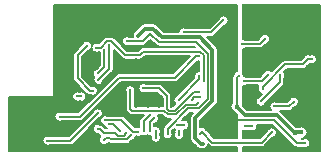
<source format=gbr>
G04 #@! TF.GenerationSoftware,KiCad,Pcbnew,(5.1.5-0-10_14)*
G04 #@! TF.CreationDate,2020-09-24T10:17:21-04:00*
G04 #@! TF.ProjectId,ESLO_RB,45534c4f-5f52-4422-9e6b-696361645f70,rev?*
G04 #@! TF.SameCoordinates,Original*
G04 #@! TF.FileFunction,Copper,L2,Inr*
G04 #@! TF.FilePolarity,Positive*
%FSLAX46Y46*%
G04 Gerber Fmt 4.6, Leading zero omitted, Abs format (unit mm)*
G04 Created by KiCad (PCBNEW (5.1.5-0-10_14)) date 2020-09-24 10:17:21*
%MOMM*%
%LPD*%
G04 APERTURE LIST*
%ADD10C,0.450000*%
%ADD11C,0.254000*%
%ADD12C,0.300000*%
%ADD13C,0.150000*%
%ADD14C,0.200000*%
G04 APERTURE END LIST*
D10*
X144100000Y-98600000D03*
X149574992Y-100800000D03*
X149000000Y-100825002D03*
D11*
X144260002Y-95980000D03*
X137200000Y-90500000D03*
X140500000Y-91100000D03*
X134550000Y-94600000D03*
X135550000Y-94600000D03*
X136550000Y-94600000D03*
X137550000Y-94600000D03*
X138550000Y-94600000D03*
X136550000Y-95600000D03*
X134550000Y-95600000D03*
X135550000Y-95600000D03*
X138550000Y-95600000D03*
X137550000Y-95600000D03*
X134550000Y-96600000D03*
X137550000Y-96600000D03*
X136550000Y-96600000D03*
X138550000Y-96600000D03*
X135550000Y-96600000D03*
X134550000Y-97600000D03*
X136550000Y-97600000D03*
X137550000Y-97600000D03*
X138550000Y-97600000D03*
X135550000Y-97600000D03*
X138550000Y-98600000D03*
X137550000Y-98600000D03*
X135550000Y-98600000D03*
X136550000Y-98600000D03*
X134550000Y-98600000D03*
X125000000Y-97950000D03*
D10*
X128800000Y-95000000D03*
X128800000Y-94000000D03*
X128800000Y-96800000D03*
D11*
X126000000Y-97950000D03*
X127000000Y-97950000D03*
X128000000Y-97950000D03*
X125000000Y-99000000D03*
X125000000Y-100000000D03*
X125000000Y-100700000D03*
D10*
X128800000Y-93000000D03*
X128800000Y-92000000D03*
X128800000Y-91000000D03*
X128800000Y-90200000D03*
D11*
X129600000Y-90100000D03*
X130600000Y-90100000D03*
X131600000Y-90100000D03*
X132600000Y-90100000D03*
X133600000Y-90100000D03*
X134600000Y-90100000D03*
X129600000Y-95000000D03*
X129600000Y-94000000D03*
X129600000Y-93000000D03*
X130600000Y-93000000D03*
X131600000Y-93000000D03*
X132600000Y-93000000D03*
X133500000Y-92200000D03*
X134200000Y-92000000D03*
X134500000Y-91400000D03*
X134600000Y-90700000D03*
X129600000Y-96700000D03*
X130600000Y-96700000D03*
X131600000Y-96700000D03*
X132200000Y-94900000D03*
X131000000Y-95300000D03*
X131800000Y-95300000D03*
X131800000Y-96000000D03*
X129600000Y-97800000D03*
X131600000Y-97800000D03*
X126000000Y-99000000D03*
X127000000Y-99000000D03*
X128000000Y-98900000D03*
X128200000Y-100850000D03*
X130300000Y-100275000D03*
X128150000Y-102250000D03*
X125000000Y-102250000D03*
X126000000Y-100000000D03*
X131800000Y-99100000D03*
X140900000Y-95350000D03*
X144050000Y-99750000D03*
X144050000Y-100250000D03*
X132050000Y-101600000D03*
X138350000Y-91100008D03*
D10*
X128800000Y-97750000D03*
X128632956Y-99869603D03*
D11*
X140800000Y-94850000D03*
X138600000Y-101800000D03*
D10*
X141875000Y-90500000D03*
D11*
X142600000Y-99700000D03*
X144050000Y-100750000D03*
X149900000Y-101700000D03*
X142600000Y-100200000D03*
X142600000Y-100700000D03*
X142600000Y-101200000D03*
X134400000Y-102000000D03*
X129425000Y-100300000D03*
X128750000Y-100650000D03*
D10*
X131990000Y-92049996D03*
D11*
X136500000Y-102077990D03*
X141242770Y-100254086D03*
X144050000Y-101240000D03*
X137242601Y-91634829D03*
X140925000Y-93400000D03*
X134810000Y-93070000D03*
X138250000Y-100950000D03*
X136800000Y-92425008D03*
X135725000Y-92600000D03*
X144707990Y-96445681D03*
X146756091Y-95906091D03*
X141230002Y-101750000D03*
X142050004Y-95810000D03*
X146350000Y-91549994D03*
X149500000Y-94550000D03*
X150400000Y-91250000D03*
X145175000Y-97300000D03*
X150474992Y-97500000D03*
X145374197Y-100904012D03*
D10*
X144765606Y-91590259D03*
D11*
X149920000Y-92360000D03*
X144673344Y-90003786D03*
X146500000Y-92875000D03*
X144585670Y-93307502D03*
X146150000Y-98175006D03*
X147771607Y-95946607D03*
X150450000Y-94600000D03*
X150150000Y-94600004D03*
X145425000Y-100275000D03*
X144841264Y-100265103D03*
X146300000Y-97100000D03*
X132400000Y-96350000D03*
X133313289Y-93413892D03*
X132351091Y-95801091D03*
X132900000Y-93820987D03*
X147075000Y-100800000D03*
X141149039Y-100750003D03*
X140997010Y-100970000D03*
X132325000Y-100500000D03*
X134750000Y-100850000D03*
X132850606Y-100831021D03*
X130600000Y-97750000D03*
X130950000Y-97750000D03*
X134250000Y-100700000D03*
X133313892Y-100092010D03*
X139075000Y-100175000D03*
X139675000Y-100150000D03*
X139250000Y-100700000D03*
X139217990Y-101025000D03*
X129100000Y-99449992D03*
X140870000Y-94350002D03*
X128080000Y-101490000D03*
X132336461Y-99182034D03*
X142980000Y-91309999D03*
X139599992Y-92322979D03*
X140975000Y-97825000D03*
X140276454Y-98049273D03*
X135075000Y-97199998D03*
X140821735Y-98324253D03*
X137250000Y-100700000D03*
X137249890Y-101227021D03*
X136200000Y-97050000D03*
X140900000Y-97350000D03*
X131920000Y-97250000D03*
X131400000Y-93464713D03*
X140922990Y-96025000D03*
X139175000Y-98050000D03*
X148925000Y-98200000D03*
X147300000Y-98595429D03*
X141302010Y-96450000D03*
X132222897Y-93614227D03*
X136234522Y-100678960D03*
X136765908Y-99304011D03*
X135750000Y-100750000D03*
X132975000Y-99768404D03*
X135148447Y-101052010D03*
X132855465Y-101422902D03*
X133325000Y-101225000D03*
X136764029Y-100685972D03*
X137081186Y-99609474D03*
D12*
X149025002Y-100800000D02*
X149000000Y-100825002D01*
X149574992Y-100800000D02*
X149025002Y-100800000D01*
X147535374Y-99360374D02*
X149000000Y-100825000D01*
X144810374Y-99360374D02*
X147535374Y-99360374D01*
X144100000Y-98650000D02*
X144810374Y-99360374D01*
X144100000Y-98600000D02*
X144100000Y-98650000D01*
D13*
X144100000Y-98600000D02*
X144100000Y-96140002D01*
X144100000Y-96140002D02*
X144260002Y-95980000D01*
X149183996Y-101700000D02*
X149900000Y-101700000D01*
X147233996Y-99750000D02*
X149183996Y-101700000D01*
X144050000Y-99750000D02*
X147233996Y-99750000D01*
X136155008Y-93070000D02*
X136800000Y-92425008D01*
X134810000Y-93070000D02*
X136155008Y-93070000D01*
X137524992Y-93150000D02*
X136800000Y-92425008D01*
X140675000Y-93150000D02*
X137524992Y-93150000D01*
X140925000Y-93400000D02*
X140675000Y-93150000D01*
X141654991Y-94129991D02*
X140925000Y-93400000D01*
X141654991Y-97999686D02*
X141654991Y-94129991D01*
X140902664Y-98752013D02*
X141654991Y-97999686D01*
X139977023Y-98752013D02*
X140902664Y-98752013D01*
X138250000Y-100479036D02*
X139977023Y-98752013D01*
X138250000Y-100950000D02*
X138250000Y-100479036D01*
X146216501Y-96445681D02*
X146756091Y-95906091D01*
X144707990Y-96445681D02*
X146216501Y-96445681D01*
D12*
X141230002Y-101750000D02*
X141050397Y-101750000D01*
X137017998Y-91997998D02*
X137769989Y-92749989D01*
X137769989Y-92749989D02*
X140979989Y-92749989D01*
X141050397Y-101750000D02*
X140570000Y-101269603D01*
X142050004Y-98135018D02*
X142050004Y-95810000D01*
X142050004Y-93820004D02*
X142050004Y-95810000D01*
X135725000Y-92600000D02*
X136327002Y-91997998D01*
X140570000Y-101269603D02*
X140570000Y-99615022D01*
X136327002Y-91997998D02*
X137017998Y-91997998D01*
X140570000Y-99615022D02*
X142050004Y-98135018D01*
X140979989Y-92749989D02*
X142050004Y-93820004D01*
D13*
X146500000Y-92875000D02*
X146067498Y-93307502D01*
X146067498Y-93307502D02*
X144585670Y-93307502D01*
X147771607Y-96553399D02*
X147771607Y-95946607D01*
X146150000Y-98175006D02*
X147771607Y-96553399D01*
X150450000Y-94600000D02*
X150150004Y-94600000D01*
X150150004Y-94600000D02*
X150150000Y-94600004D01*
X144851161Y-100275000D02*
X144841264Y-100265103D01*
X145425000Y-100275000D02*
X144851161Y-100275000D01*
X146300000Y-96920395D02*
X148190395Y-95030000D01*
X146300000Y-97100000D02*
X146300000Y-96920395D01*
X149720004Y-95030000D02*
X150150000Y-94600004D01*
X148190395Y-95030000D02*
X149720004Y-95030000D01*
X132400000Y-96350000D02*
X133313289Y-95436711D01*
X133313289Y-95436711D02*
X133313289Y-93413892D01*
X132900000Y-95252182D02*
X132900000Y-93820987D01*
X132351091Y-95801091D02*
X132900000Y-95252182D01*
X147075000Y-100800000D02*
X146227001Y-101647999D01*
X142047035Y-101647999D02*
X141149039Y-100750003D01*
X146227001Y-101647999D02*
X142047035Y-101647999D01*
X140997010Y-100902032D02*
X140997010Y-100970000D01*
X141149039Y-100750003D02*
X140997010Y-100902032D01*
X133835059Y-100831021D02*
X132850606Y-100831021D01*
X134750000Y-100850000D02*
X134522999Y-101077001D01*
X134081039Y-101077001D02*
X133835059Y-100831021D01*
X134522999Y-101077001D02*
X134081039Y-101077001D01*
X132325000Y-100500000D02*
X132519585Y-100500000D01*
X132519585Y-100500000D02*
X132850606Y-100831021D01*
X130600000Y-97750000D02*
X130950000Y-97750000D01*
X133642010Y-100092010D02*
X133313892Y-100092010D01*
X134250000Y-100700000D02*
X133642010Y-100092010D01*
X139650000Y-100175000D02*
X139675000Y-100150000D01*
X139075000Y-100175000D02*
X139650000Y-100175000D01*
X139250000Y-100992990D02*
X139217990Y-101025000D01*
X139250000Y-100700000D02*
X139250000Y-100992990D01*
X134126999Y-96173001D02*
X138867396Y-96173001D01*
X138867396Y-96173001D02*
X140690395Y-94350002D01*
X140690395Y-94350002D02*
X140870000Y-94350002D01*
X130850008Y-99449992D02*
X134126999Y-96173001D01*
X129100000Y-99449992D02*
X130850008Y-99449992D01*
X128070000Y-101500000D02*
X128080000Y-101490000D01*
X130028495Y-101490000D02*
X132336461Y-99182034D01*
X128080000Y-101490000D02*
X130028495Y-101490000D01*
X141967020Y-92322979D02*
X139599992Y-92322979D01*
X142980000Y-91309999D02*
X141967020Y-92322979D01*
X140975000Y-97825000D02*
X140500727Y-97825000D01*
X140500727Y-97825000D02*
X140276454Y-98049273D01*
X139782858Y-98452002D02*
X140693986Y-98452002D01*
X137952001Y-98952001D02*
X138252012Y-99252012D01*
X138252012Y-99252012D02*
X138982848Y-99252012D01*
X140693986Y-98452002D02*
X140821735Y-98324253D01*
X136147999Y-98952001D02*
X136150000Y-98950000D01*
X138982848Y-99252012D02*
X139782858Y-98452002D01*
X136150000Y-98950000D02*
X136152001Y-98952001D01*
X135227001Y-98952001D02*
X136147999Y-98952001D01*
X136152001Y-98952001D02*
X137952001Y-98952001D01*
X135075000Y-98800000D02*
X135227001Y-98952001D01*
X135075000Y-97199998D02*
X135075000Y-98800000D01*
X137250000Y-100700000D02*
X137250000Y-101226911D01*
X137250000Y-101226911D02*
X137249890Y-101227021D01*
X140460395Y-97350000D02*
X140900000Y-97350000D01*
X138858394Y-98952001D02*
X140460395Y-97350000D01*
X138381039Y-98952001D02*
X138858394Y-98952001D01*
X138197999Y-98768961D02*
X138381039Y-98952001D01*
X136200000Y-97050000D02*
X137500000Y-97050000D01*
X137500000Y-97050000D02*
X138197999Y-97747999D01*
X138197999Y-97747999D02*
X138197999Y-98768961D01*
X131650000Y-97250000D02*
X130623001Y-96223001D01*
X131920000Y-97250000D02*
X131650000Y-97250000D01*
X130623001Y-96223001D02*
X130623001Y-94241712D01*
X130623001Y-94241712D02*
X131400000Y-93464713D01*
X140900000Y-96025000D02*
X140922990Y-96025000D01*
X140922990Y-96302010D02*
X139175000Y-98050000D01*
X140922990Y-96025000D02*
X140922990Y-96302010D01*
X148925000Y-98200000D02*
X148529571Y-98595429D01*
X148529571Y-98595429D02*
X147300000Y-98595429D01*
X141032975Y-93952013D02*
X136168949Y-93952013D01*
X133482251Y-93061890D02*
X133144327Y-93061890D01*
X141302010Y-94221048D02*
X141032975Y-93952013D01*
X141302010Y-96450000D02*
X141302010Y-94221048D01*
X135872963Y-94247999D02*
X134668360Y-94247999D01*
X132591990Y-93614227D02*
X132222897Y-93614227D01*
X134668360Y-94247999D02*
X133482251Y-93061890D01*
X136168949Y-93952013D02*
X135872963Y-94247999D01*
X133144327Y-93061890D02*
X132591990Y-93614227D01*
X136765908Y-99304011D02*
X136234522Y-99835397D01*
X136234522Y-99835397D02*
X136234522Y-100678960D01*
X133003404Y-99740000D02*
X132975000Y-99768404D01*
X135350000Y-100750000D02*
X134340000Y-99740000D01*
X134340000Y-99740000D02*
X133003404Y-99740000D01*
X135750000Y-100750000D02*
X135350000Y-100750000D01*
X134823445Y-101377012D02*
X133477012Y-101377012D01*
X133477012Y-101377012D02*
X133325000Y-101225000D01*
X135148447Y-101052010D02*
X134823445Y-101377012D01*
X133320000Y-101230000D02*
X133325000Y-101225000D01*
X133040000Y-101230000D02*
X133320000Y-101230000D01*
X132855465Y-101414535D02*
X133040000Y-101230000D01*
X132855465Y-101422902D02*
X132855465Y-101414535D01*
X136764029Y-99926631D02*
X137081186Y-99609474D01*
X136764029Y-100685972D02*
X136764029Y-99926631D01*
D14*
G36*
X144100000Y-95584094D02*
G01*
X144057742Y-95601598D01*
X143987805Y-95648327D01*
X143928329Y-95707803D01*
X143881600Y-95777740D01*
X143849411Y-95855449D01*
X143848216Y-95861457D01*
X143847862Y-95861811D01*
X143833553Y-95873554D01*
X143811481Y-95900449D01*
X143786691Y-95930656D01*
X143769053Y-95963655D01*
X143751870Y-95995802D01*
X143734364Y-96053513D01*
X143730427Y-96066490D01*
X143723186Y-96140002D01*
X143725001Y-96158428D01*
X143725000Y-98232538D01*
X143692206Y-98265332D01*
X143634751Y-98351319D01*
X143595176Y-98446863D01*
X143575000Y-98548292D01*
X143575000Y-98651708D01*
X143595176Y-98753137D01*
X143634751Y-98848681D01*
X143692206Y-98934668D01*
X143765332Y-99007794D01*
X143851319Y-99065249D01*
X143898323Y-99084719D01*
X144100000Y-99286396D01*
X144100000Y-101272999D01*
X142202365Y-101272999D01*
X141560825Y-100631460D01*
X141559630Y-100625452D01*
X141527441Y-100547743D01*
X141480712Y-100477806D01*
X141421236Y-100418330D01*
X141351299Y-100371601D01*
X141273590Y-100339412D01*
X141191095Y-100323003D01*
X141106983Y-100323003D01*
X141024488Y-100339412D01*
X141020000Y-100341271D01*
X141020000Y-99801417D01*
X142352577Y-98468841D01*
X142369741Y-98454755D01*
X142383828Y-98437590D01*
X142383832Y-98437586D01*
X142425975Y-98386235D01*
X142467761Y-98308059D01*
X142478084Y-98274029D01*
X142493493Y-98223233D01*
X142500004Y-98157123D01*
X142500004Y-98157112D01*
X142502180Y-98135018D01*
X142500004Y-98112924D01*
X142500004Y-93842098D01*
X142502180Y-93820004D01*
X142500004Y-93797910D01*
X142500004Y-93797899D01*
X142493493Y-93731789D01*
X142467761Y-93646963D01*
X142463346Y-93638704D01*
X142425975Y-93568787D01*
X142383832Y-93517436D01*
X142383828Y-93517432D01*
X142369741Y-93500267D01*
X142352577Y-93486181D01*
X141564374Y-92697979D01*
X141948604Y-92697979D01*
X141967020Y-92699793D01*
X141985436Y-92697979D01*
X141985439Y-92697979D01*
X142040533Y-92692553D01*
X142111220Y-92671110D01*
X142176367Y-92636288D01*
X142233468Y-92589427D01*
X142245215Y-92575113D01*
X143098544Y-91721785D01*
X143104551Y-91720590D01*
X143182260Y-91688401D01*
X143252197Y-91641672D01*
X143311673Y-91582196D01*
X143358402Y-91512259D01*
X143390591Y-91434550D01*
X143407000Y-91352055D01*
X143407000Y-91267943D01*
X143390591Y-91185448D01*
X143358402Y-91107739D01*
X143311673Y-91037802D01*
X143252197Y-90978326D01*
X143182260Y-90931597D01*
X143104551Y-90899408D01*
X143022056Y-90882999D01*
X142937944Y-90882999D01*
X142855449Y-90899408D01*
X142777740Y-90931597D01*
X142707803Y-90978326D01*
X142648327Y-91037802D01*
X142601598Y-91107739D01*
X142569409Y-91185448D01*
X142568214Y-91191455D01*
X141811691Y-91947979D01*
X139807344Y-91947979D01*
X139802252Y-91944577D01*
X139724543Y-91912388D01*
X139642048Y-91895979D01*
X139557936Y-91895979D01*
X139475441Y-91912388D01*
X139397732Y-91944577D01*
X139327795Y-91991306D01*
X139268319Y-92050782D01*
X139221590Y-92120719D01*
X139189401Y-92198428D01*
X139172992Y-92280923D01*
X139172992Y-92299989D01*
X137956385Y-92299989D01*
X137351826Y-91695431D01*
X137337735Y-91678261D01*
X137269214Y-91622027D01*
X137191039Y-91580241D01*
X137106213Y-91554509D01*
X137040103Y-91547998D01*
X137040092Y-91547998D01*
X137017998Y-91545822D01*
X136995904Y-91547998D01*
X136349093Y-91547998D01*
X136327001Y-91545822D01*
X136304909Y-91547998D01*
X136304897Y-91547998D01*
X136238787Y-91554509D01*
X136153961Y-91580241D01*
X136103016Y-91607472D01*
X136075785Y-91622027D01*
X136024434Y-91664170D01*
X136024430Y-91664174D01*
X136007265Y-91678261D01*
X135993178Y-91695426D01*
X135391172Y-92297433D01*
X135349029Y-92348784D01*
X135307243Y-92426960D01*
X135281512Y-92511785D01*
X135272824Y-92600000D01*
X135281512Y-92688215D01*
X135283570Y-92695000D01*
X135017352Y-92695000D01*
X135012260Y-92691598D01*
X134934551Y-92659409D01*
X134852056Y-92643000D01*
X134767944Y-92643000D01*
X134685449Y-92659409D01*
X134607740Y-92691598D01*
X134537803Y-92738327D01*
X134478327Y-92797803D01*
X134431598Y-92867740D01*
X134399409Y-92945449D01*
X134383000Y-93027944D01*
X134383000Y-93112056D01*
X134399409Y-93194551D01*
X134431598Y-93272260D01*
X134478327Y-93342197D01*
X134537803Y-93401673D01*
X134607740Y-93448402D01*
X134685449Y-93480591D01*
X134767944Y-93497000D01*
X134852056Y-93497000D01*
X134934551Y-93480591D01*
X135012260Y-93448402D01*
X135017352Y-93445000D01*
X136136592Y-93445000D01*
X136155008Y-93446814D01*
X136173424Y-93445000D01*
X136173427Y-93445000D01*
X136228521Y-93439574D01*
X136299208Y-93418131D01*
X136364355Y-93383309D01*
X136421456Y-93336448D01*
X136433203Y-93322134D01*
X136800000Y-92955337D01*
X137246801Y-93402139D01*
X137258544Y-93416448D01*
X137272851Y-93428189D01*
X137315645Y-93463310D01*
X137347977Y-93480591D01*
X137380792Y-93498131D01*
X137451479Y-93519574D01*
X137506573Y-93525000D01*
X137506576Y-93525000D01*
X137524992Y-93526814D01*
X137543408Y-93525000D01*
X140514595Y-93525000D01*
X140536140Y-93577013D01*
X136187364Y-93577013D01*
X136168948Y-93575199D01*
X136150532Y-93577013D01*
X136150530Y-93577013D01*
X136095436Y-93582439D01*
X136024749Y-93603882D01*
X136024747Y-93603883D01*
X135959601Y-93638704D01*
X135932715Y-93660770D01*
X135902501Y-93685565D01*
X135890758Y-93699874D01*
X135717634Y-93872999D01*
X134823690Y-93872999D01*
X133760446Y-92809756D01*
X133748699Y-92795442D01*
X133691598Y-92748581D01*
X133626451Y-92713759D01*
X133555764Y-92692316D01*
X133500670Y-92686890D01*
X133500667Y-92686890D01*
X133482251Y-92685076D01*
X133463835Y-92686890D01*
X133162742Y-92686890D01*
X133144326Y-92685076D01*
X133125910Y-92686890D01*
X133125908Y-92686890D01*
X133070814Y-92692316D01*
X133000127Y-92713759D01*
X133000125Y-92713760D01*
X132934979Y-92748581D01*
X132908093Y-92770647D01*
X132877879Y-92795442D01*
X132866136Y-92809751D01*
X132436661Y-93239227D01*
X132430249Y-93239227D01*
X132425157Y-93235825D01*
X132347448Y-93203636D01*
X132264953Y-93187227D01*
X132180841Y-93187227D01*
X132098346Y-93203636D01*
X132020637Y-93235825D01*
X131950700Y-93282554D01*
X131891224Y-93342030D01*
X131844495Y-93411967D01*
X131827000Y-93454203D01*
X131827000Y-93422657D01*
X131810591Y-93340162D01*
X131778402Y-93262453D01*
X131731673Y-93192516D01*
X131672197Y-93133040D01*
X131602260Y-93086311D01*
X131524551Y-93054122D01*
X131442056Y-93037713D01*
X131357944Y-93037713D01*
X131275449Y-93054122D01*
X131197740Y-93086311D01*
X131127803Y-93133040D01*
X131068327Y-93192516D01*
X131021598Y-93262453D01*
X130989409Y-93340162D01*
X130988214Y-93346169D01*
X130370863Y-93963521D01*
X130356554Y-93975264D01*
X130334718Y-94001872D01*
X130309692Y-94032366D01*
X130306332Y-94038653D01*
X130274871Y-94097512D01*
X130255503Y-94161361D01*
X130253428Y-94168200D01*
X130246187Y-94241712D01*
X130248002Y-94260138D01*
X130248001Y-96204585D01*
X130246187Y-96223001D01*
X130248001Y-96241417D01*
X130248001Y-96241419D01*
X130253427Y-96296513D01*
X130274870Y-96367200D01*
X130309692Y-96432347D01*
X130356553Y-96489449D01*
X130370867Y-96501196D01*
X131371809Y-97502139D01*
X131383552Y-97516448D01*
X131440653Y-97563309D01*
X131505800Y-97598131D01*
X131576487Y-97619574D01*
X131631581Y-97625000D01*
X131631584Y-97625000D01*
X131650000Y-97626814D01*
X131668416Y-97625000D01*
X131712648Y-97625000D01*
X131717740Y-97628402D01*
X131795449Y-97660591D01*
X131877944Y-97677000D01*
X131962056Y-97677000D01*
X132044551Y-97660591D01*
X132122260Y-97628402D01*
X132179542Y-97590129D01*
X130694679Y-99074992D01*
X129307352Y-99074992D01*
X129302260Y-99071590D01*
X129224551Y-99039401D01*
X129142056Y-99022992D01*
X129057944Y-99022992D01*
X128975449Y-99039401D01*
X128897740Y-99071590D01*
X128827803Y-99118319D01*
X128768327Y-99177795D01*
X128721598Y-99247732D01*
X128689409Y-99325441D01*
X128673000Y-99407936D01*
X128673000Y-99492048D01*
X128689409Y-99574543D01*
X128721598Y-99652252D01*
X128768327Y-99722189D01*
X128827803Y-99781665D01*
X128897740Y-99828394D01*
X128975449Y-99860583D01*
X129057944Y-99876992D01*
X129142056Y-99876992D01*
X129224551Y-99860583D01*
X129302260Y-99828394D01*
X129307352Y-99824992D01*
X130831592Y-99824992D01*
X130850008Y-99826806D01*
X130868424Y-99824992D01*
X130868427Y-99824992D01*
X130923521Y-99819566D01*
X130994208Y-99798123D01*
X131059355Y-99763301D01*
X131116456Y-99716440D01*
X131128203Y-99702126D01*
X134282329Y-96548001D01*
X138848980Y-96548001D01*
X138867396Y-96549815D01*
X138885812Y-96548001D01*
X138885815Y-96548001D01*
X138940909Y-96542575D01*
X139011596Y-96521132D01*
X139076743Y-96486310D01*
X139133844Y-96439449D01*
X139145591Y-96425135D01*
X140799402Y-94771325D01*
X140827944Y-94777002D01*
X140912056Y-94777002D01*
X140927011Y-94774027D01*
X140927010Y-95598000D01*
X140880934Y-95598000D01*
X140798439Y-95614409D01*
X140720730Y-95646598D01*
X140650793Y-95693327D01*
X140591317Y-95752803D01*
X140544588Y-95822740D01*
X140512399Y-95900449D01*
X140495990Y-95982944D01*
X140495990Y-96067056D01*
X140512399Y-96149551D01*
X140521983Y-96172687D01*
X139056457Y-97638214D01*
X139050449Y-97639409D01*
X138972740Y-97671598D01*
X138902803Y-97718327D01*
X138843327Y-97777803D01*
X138796598Y-97847740D01*
X138764409Y-97925449D01*
X138748000Y-98007944D01*
X138748000Y-98092056D01*
X138764409Y-98174551D01*
X138796598Y-98252260D01*
X138843327Y-98322197D01*
X138900598Y-98379468D01*
X138703065Y-98577001D01*
X138572999Y-98577001D01*
X138572999Y-97766415D01*
X138574813Y-97747999D01*
X138572203Y-97721497D01*
X138567573Y-97674486D01*
X138546130Y-97603799D01*
X138522370Y-97559347D01*
X138511309Y-97538652D01*
X138476188Y-97495858D01*
X138464447Y-97481551D01*
X138450139Y-97469809D01*
X137778195Y-96797866D01*
X137766448Y-96783552D01*
X137709347Y-96736691D01*
X137644200Y-96701869D01*
X137573513Y-96680426D01*
X137518419Y-96675000D01*
X137518416Y-96675000D01*
X137500000Y-96673186D01*
X137481584Y-96675000D01*
X136407352Y-96675000D01*
X136402260Y-96671598D01*
X136324551Y-96639409D01*
X136242056Y-96623000D01*
X136157944Y-96623000D01*
X136075449Y-96639409D01*
X135997740Y-96671598D01*
X135927803Y-96718327D01*
X135868327Y-96777803D01*
X135821598Y-96847740D01*
X135789409Y-96925449D01*
X135773000Y-97007944D01*
X135773000Y-97092056D01*
X135789409Y-97174551D01*
X135821598Y-97252260D01*
X135868327Y-97322197D01*
X135927803Y-97381673D01*
X135997740Y-97428402D01*
X136075449Y-97460591D01*
X136157944Y-97477000D01*
X136242056Y-97477000D01*
X136324551Y-97460591D01*
X136402260Y-97428402D01*
X136407352Y-97425000D01*
X137344671Y-97425000D01*
X137822999Y-97903329D01*
X137823000Y-98577001D01*
X136188731Y-98577001D01*
X136150000Y-98573186D01*
X136111269Y-98577001D01*
X135450000Y-98577001D01*
X135450000Y-97407350D01*
X135453402Y-97402258D01*
X135485591Y-97324549D01*
X135502000Y-97242054D01*
X135502000Y-97157942D01*
X135485591Y-97075447D01*
X135453402Y-96997738D01*
X135406673Y-96927801D01*
X135347197Y-96868325D01*
X135277260Y-96821596D01*
X135199551Y-96789407D01*
X135117056Y-96772998D01*
X135032944Y-96772998D01*
X134950449Y-96789407D01*
X134872740Y-96821596D01*
X134802803Y-96868325D01*
X134743327Y-96927801D01*
X134696598Y-96997738D01*
X134664409Y-97075447D01*
X134648000Y-97157942D01*
X134648000Y-97242054D01*
X134664409Y-97324549D01*
X134696598Y-97402258D01*
X134700000Y-97407350D01*
X134700001Y-98781574D01*
X134698186Y-98800000D01*
X134701526Y-98833904D01*
X134705427Y-98873513D01*
X134726870Y-98944200D01*
X134761691Y-99009346D01*
X134775335Y-99025971D01*
X134808553Y-99066448D01*
X134822862Y-99078191D01*
X134948806Y-99204135D01*
X134960553Y-99218449D01*
X135017654Y-99265310D01*
X135082801Y-99300132D01*
X135153488Y-99321575D01*
X135208582Y-99327001D01*
X135208585Y-99327001D01*
X135227001Y-99328815D01*
X135245417Y-99327001D01*
X136129583Y-99327001D01*
X136147999Y-99328815D01*
X136150000Y-99328618D01*
X136152001Y-99328815D01*
X136170417Y-99327001D01*
X136212588Y-99327001D01*
X135982388Y-99557202D01*
X135968074Y-99568949D01*
X135921213Y-99626051D01*
X135886391Y-99691198D01*
X135864948Y-99761885D01*
X135859833Y-99813821D01*
X135857708Y-99835397D01*
X135859522Y-99853813D01*
X135859523Y-100336420D01*
X135792056Y-100323000D01*
X135707944Y-100323000D01*
X135625449Y-100339409D01*
X135547740Y-100371598D01*
X135542648Y-100375000D01*
X135505330Y-100375000D01*
X134618195Y-99487866D01*
X134606448Y-99473552D01*
X134549347Y-99426691D01*
X134484200Y-99391869D01*
X134413513Y-99370426D01*
X134358419Y-99365000D01*
X134358416Y-99365000D01*
X134340000Y-99363186D01*
X134321584Y-99365000D01*
X133116901Y-99365000D01*
X133099551Y-99357813D01*
X133017056Y-99341404D01*
X132932944Y-99341404D01*
X132850449Y-99357813D01*
X132772740Y-99390002D01*
X132702803Y-99436731D01*
X132643327Y-99496207D01*
X132596598Y-99566144D01*
X132564409Y-99643853D01*
X132548000Y-99726348D01*
X132548000Y-99810460D01*
X132564409Y-99892955D01*
X132596598Y-99970664D01*
X132643327Y-100040601D01*
X132702803Y-100100077D01*
X132772740Y-100146806D01*
X132850449Y-100178995D01*
X132897698Y-100188393D01*
X132903301Y-100216561D01*
X132935490Y-100294270D01*
X132982219Y-100364207D01*
X133041695Y-100423683D01*
X133090094Y-100456021D01*
X133057958Y-100456021D01*
X133052866Y-100452619D01*
X132975157Y-100420430D01*
X132969150Y-100419235D01*
X132797780Y-100247866D01*
X132786033Y-100233552D01*
X132728932Y-100186691D01*
X132663785Y-100151869D01*
X132593098Y-100130426D01*
X132538004Y-100125000D01*
X132538001Y-100125000D01*
X132531375Y-100124347D01*
X132527260Y-100121598D01*
X132449551Y-100089409D01*
X132367056Y-100073000D01*
X132282944Y-100073000D01*
X132200449Y-100089409D01*
X132122740Y-100121598D01*
X132052803Y-100168327D01*
X131993327Y-100227803D01*
X131946598Y-100297740D01*
X131914409Y-100375449D01*
X131898000Y-100457944D01*
X131898000Y-100542056D01*
X131914409Y-100624551D01*
X131946598Y-100702260D01*
X131993327Y-100772197D01*
X132052803Y-100831673D01*
X132122740Y-100878402D01*
X132200449Y-100910591D01*
X132282944Y-100927000D01*
X132367056Y-100927000D01*
X132408093Y-100918837D01*
X132438820Y-100949565D01*
X132440015Y-100955572D01*
X132472204Y-101033281D01*
X132518933Y-101103218D01*
X132545106Y-101129391D01*
X132523792Y-101150705D01*
X132477063Y-101220642D01*
X132444874Y-101298351D01*
X132428465Y-101380846D01*
X132428465Y-101464958D01*
X132444874Y-101547453D01*
X132477063Y-101625162D01*
X132523792Y-101695099D01*
X132583268Y-101754575D01*
X132653205Y-101801304D01*
X132730914Y-101833493D01*
X132813409Y-101849902D01*
X132897521Y-101849902D01*
X132980016Y-101833493D01*
X133057725Y-101801304D01*
X133127662Y-101754575D01*
X133187138Y-101695099D01*
X133217718Y-101649331D01*
X133267665Y-101690321D01*
X133332812Y-101725143D01*
X133403499Y-101746586D01*
X133458593Y-101752012D01*
X133458595Y-101752012D01*
X133477011Y-101753826D01*
X133495427Y-101752012D01*
X134805029Y-101752012D01*
X134823445Y-101753826D01*
X134841861Y-101752012D01*
X134841864Y-101752012D01*
X134896958Y-101746586D01*
X134967645Y-101725143D01*
X135032792Y-101690321D01*
X135089893Y-101643460D01*
X135101640Y-101629147D01*
X135266991Y-101463796D01*
X135272998Y-101462601D01*
X135350707Y-101430412D01*
X135420644Y-101383683D01*
X135480120Y-101324207D01*
X135526849Y-101254270D01*
X135559038Y-101176561D01*
X135567028Y-101136392D01*
X135625449Y-101160591D01*
X135707944Y-101177000D01*
X135792056Y-101177000D01*
X135874551Y-101160591D01*
X135952260Y-101128402D01*
X136022197Y-101081673D01*
X136042335Y-101061535D01*
X136109971Y-101089551D01*
X136192466Y-101105960D01*
X136276578Y-101105960D01*
X136359073Y-101089551D01*
X136436782Y-101057362D01*
X136494028Y-101019112D01*
X136561769Y-101064374D01*
X136639478Y-101096563D01*
X136721973Y-101112972D01*
X136806085Y-101112972D01*
X136838492Y-101106526D01*
X136822890Y-101184965D01*
X136822890Y-101269077D01*
X136839299Y-101351572D01*
X136871488Y-101429281D01*
X136918217Y-101499218D01*
X136977693Y-101558694D01*
X137047630Y-101605423D01*
X137125339Y-101637612D01*
X137207834Y-101654021D01*
X137291946Y-101654021D01*
X137374441Y-101637612D01*
X137452150Y-101605423D01*
X137522087Y-101558694D01*
X137581563Y-101499218D01*
X137628292Y-101429281D01*
X137660481Y-101351572D01*
X137676890Y-101269077D01*
X137676890Y-101184965D01*
X137660481Y-101102470D01*
X137628292Y-101024761D01*
X137625000Y-101019834D01*
X137625000Y-100907352D01*
X137628402Y-100902260D01*
X137660591Y-100824551D01*
X137677000Y-100742056D01*
X137677000Y-100657944D01*
X137660591Y-100575449D01*
X137628402Y-100497740D01*
X137581673Y-100427803D01*
X137522197Y-100368327D01*
X137452260Y-100321598D01*
X137374551Y-100289409D01*
X137292056Y-100273000D01*
X137207944Y-100273000D01*
X137139029Y-100286708D01*
X137139029Y-100081960D01*
X137199730Y-100021260D01*
X137205737Y-100020065D01*
X137283446Y-99987876D01*
X137353383Y-99941147D01*
X137412859Y-99881671D01*
X137459588Y-99811734D01*
X137491777Y-99734025D01*
X137508186Y-99651530D01*
X137508186Y-99567418D01*
X137491777Y-99484923D01*
X137459588Y-99407214D01*
X137412859Y-99337277D01*
X137402583Y-99327001D01*
X137796672Y-99327001D01*
X137973821Y-99504151D01*
X137985564Y-99518460D01*
X138000423Y-99530654D01*
X138042665Y-99565322D01*
X138087119Y-99589082D01*
X138107812Y-99600143D01*
X138178499Y-99621586D01*
X138233593Y-99627012D01*
X138233596Y-99627012D01*
X138252012Y-99628826D01*
X138270428Y-99627012D01*
X138571695Y-99627012D01*
X137997862Y-100200845D01*
X137983553Y-100212588D01*
X137971811Y-100226896D01*
X137936691Y-100269690D01*
X137908195Y-100323003D01*
X137901870Y-100334836D01*
X137881535Y-100401873D01*
X137880427Y-100405524D01*
X137873186Y-100479036D01*
X137875001Y-100497461D01*
X137875000Y-100742648D01*
X137871598Y-100747740D01*
X137839409Y-100825449D01*
X137823000Y-100907944D01*
X137823000Y-100992056D01*
X137839409Y-101074551D01*
X137871598Y-101152260D01*
X137918327Y-101222197D01*
X137977803Y-101281673D01*
X138047740Y-101328402D01*
X138125449Y-101360591D01*
X138207944Y-101377000D01*
X138292056Y-101377000D01*
X138374551Y-101360591D01*
X138452260Y-101328402D01*
X138522197Y-101281673D01*
X138581673Y-101222197D01*
X138628402Y-101152260D01*
X138660591Y-101074551D01*
X138677000Y-100992056D01*
X138677000Y-100907944D01*
X138660591Y-100825449D01*
X138628402Y-100747740D01*
X138625000Y-100742648D01*
X138625000Y-100634365D01*
X138777748Y-100481618D01*
X138802803Y-100506673D01*
X138853787Y-100540738D01*
X138839409Y-100575449D01*
X138823000Y-100657944D01*
X138823000Y-100742056D01*
X138839224Y-100823619D01*
X138807399Y-100900449D01*
X138790990Y-100982944D01*
X138790990Y-101067056D01*
X138807399Y-101149551D01*
X138839588Y-101227260D01*
X138886317Y-101297197D01*
X138945793Y-101356673D01*
X139015730Y-101403402D01*
X139093439Y-101435591D01*
X139175934Y-101452000D01*
X139260046Y-101452000D01*
X139342541Y-101435591D01*
X139420250Y-101403402D01*
X139490187Y-101356673D01*
X139549663Y-101297197D01*
X139596392Y-101227260D01*
X139628581Y-101149551D01*
X139644990Y-101067056D01*
X139644990Y-100982944D01*
X139628766Y-100901381D01*
X139660591Y-100824551D01*
X139677000Y-100742056D01*
X139677000Y-100657944D01*
X139660900Y-100577000D01*
X139717056Y-100577000D01*
X139799551Y-100560591D01*
X139877260Y-100528402D01*
X139947197Y-100481673D01*
X140006673Y-100422197D01*
X140053402Y-100352260D01*
X140085591Y-100274551D01*
X140102000Y-100192056D01*
X140102000Y-100107944D01*
X140085591Y-100025449D01*
X140053402Y-99947740D01*
X140006673Y-99877803D01*
X139947197Y-99818327D01*
X139877260Y-99771598D01*
X139799551Y-99739409D01*
X139717056Y-99723000D01*
X139632944Y-99723000D01*
X139550449Y-99739409D01*
X139498394Y-99760971D01*
X140132353Y-99127013D01*
X140421614Y-99127013D01*
X140267429Y-99281198D01*
X140250264Y-99295285D01*
X140236177Y-99312450D01*
X140236172Y-99312455D01*
X140194029Y-99363806D01*
X140152243Y-99441982D01*
X140126512Y-99526807D01*
X140117824Y-99615022D01*
X140120001Y-99637126D01*
X140120000Y-101247508D01*
X140117824Y-101269603D01*
X140120000Y-101291697D01*
X140120000Y-101291707D01*
X140126511Y-101357817D01*
X140147577Y-101427260D01*
X140152243Y-101442643D01*
X140194029Y-101520819D01*
X140232012Y-101567101D01*
X140250263Y-101589340D01*
X140267433Y-101603431D01*
X140716573Y-102052572D01*
X140730660Y-102069737D01*
X140747825Y-102083824D01*
X140747829Y-102083828D01*
X140799180Y-102125971D01*
X140877356Y-102167757D01*
X140962182Y-102193489D01*
X141028292Y-102200000D01*
X141028302Y-102200000D01*
X141050397Y-102202176D01*
X141072491Y-102200000D01*
X141252107Y-102200000D01*
X141318217Y-102193489D01*
X141403043Y-102167757D01*
X141481218Y-102125971D01*
X141549739Y-102069737D01*
X141605973Y-102001216D01*
X141647759Y-101923041D01*
X141673491Y-101838215D01*
X141676488Y-101807782D01*
X141768844Y-101900138D01*
X141780587Y-101914447D01*
X141837688Y-101961308D01*
X141902835Y-101996130D01*
X141973522Y-102017573D01*
X142028616Y-102022999D01*
X142028618Y-102022999D01*
X142047034Y-102024813D01*
X142065450Y-102022999D01*
X144100000Y-102022999D01*
X144100000Y-102375000D01*
X124825000Y-102375000D01*
X124825000Y-101447944D01*
X127653000Y-101447944D01*
X127653000Y-101532056D01*
X127669409Y-101614551D01*
X127701598Y-101692260D01*
X127748327Y-101762197D01*
X127807803Y-101821673D01*
X127877740Y-101868402D01*
X127955449Y-101900591D01*
X128037944Y-101917000D01*
X128122056Y-101917000D01*
X128204551Y-101900591D01*
X128282260Y-101868402D01*
X128287352Y-101865000D01*
X130010079Y-101865000D01*
X130028495Y-101866814D01*
X130046911Y-101865000D01*
X130046914Y-101865000D01*
X130102008Y-101859574D01*
X130172695Y-101838131D01*
X130237842Y-101803309D01*
X130294943Y-101756448D01*
X130306690Y-101742134D01*
X132455005Y-99593820D01*
X132461012Y-99592625D01*
X132538721Y-99560436D01*
X132608658Y-99513707D01*
X132668134Y-99454231D01*
X132714863Y-99384294D01*
X132747052Y-99306585D01*
X132763461Y-99224090D01*
X132763461Y-99139978D01*
X132747052Y-99057483D01*
X132714863Y-98979774D01*
X132668134Y-98909837D01*
X132608658Y-98850361D01*
X132538721Y-98803632D01*
X132461012Y-98771443D01*
X132378517Y-98755034D01*
X132294405Y-98755034D01*
X132211910Y-98771443D01*
X132134201Y-98803632D01*
X132064264Y-98850361D01*
X132004788Y-98909837D01*
X131958059Y-98979774D01*
X131925870Y-99057483D01*
X131924675Y-99063490D01*
X129873166Y-101115000D01*
X128287352Y-101115000D01*
X128282260Y-101111598D01*
X128204551Y-101079409D01*
X128122056Y-101063000D01*
X128037944Y-101063000D01*
X127955449Y-101079409D01*
X127877740Y-101111598D01*
X127807803Y-101158327D01*
X127748327Y-101217803D01*
X127701598Y-101287740D01*
X127669409Y-101365449D01*
X127653000Y-101447944D01*
X124825000Y-101447944D01*
X124825000Y-97800000D01*
X128500000Y-97800000D01*
X128519509Y-97798079D01*
X128538268Y-97792388D01*
X128555557Y-97783147D01*
X128570711Y-97770711D01*
X128583147Y-97755557D01*
X128592388Y-97738268D01*
X128598079Y-97719509D01*
X128599217Y-97707944D01*
X130173000Y-97707944D01*
X130173000Y-97792056D01*
X130189409Y-97874551D01*
X130221598Y-97952260D01*
X130268327Y-98022197D01*
X130327803Y-98081673D01*
X130397740Y-98128402D01*
X130475449Y-98160591D01*
X130557944Y-98177000D01*
X130642056Y-98177000D01*
X130724551Y-98160591D01*
X130775000Y-98139694D01*
X130825449Y-98160591D01*
X130907944Y-98177000D01*
X130992056Y-98177000D01*
X131074551Y-98160591D01*
X131152260Y-98128402D01*
X131222197Y-98081673D01*
X131281673Y-98022197D01*
X131328402Y-97952260D01*
X131360591Y-97874551D01*
X131377000Y-97792056D01*
X131377000Y-97707944D01*
X131360591Y-97625449D01*
X131328402Y-97547740D01*
X131281673Y-97477803D01*
X131222197Y-97418327D01*
X131152260Y-97371598D01*
X131074551Y-97339409D01*
X130992056Y-97323000D01*
X130907944Y-97323000D01*
X130825449Y-97339409D01*
X130775000Y-97360306D01*
X130724551Y-97339409D01*
X130642056Y-97323000D01*
X130557944Y-97323000D01*
X130475449Y-97339409D01*
X130397740Y-97371598D01*
X130327803Y-97418327D01*
X130268327Y-97477803D01*
X130221598Y-97547740D01*
X130189409Y-97625449D01*
X130173000Y-97707944D01*
X128599217Y-97707944D01*
X128600000Y-97700000D01*
X128600000Y-90025000D01*
X144100000Y-90025000D01*
X144100000Y-95584094D01*
G37*
X144100000Y-95584094D02*
X144057742Y-95601598D01*
X143987805Y-95648327D01*
X143928329Y-95707803D01*
X143881600Y-95777740D01*
X143849411Y-95855449D01*
X143848216Y-95861457D01*
X143847862Y-95861811D01*
X143833553Y-95873554D01*
X143811481Y-95900449D01*
X143786691Y-95930656D01*
X143769053Y-95963655D01*
X143751870Y-95995802D01*
X143734364Y-96053513D01*
X143730427Y-96066490D01*
X143723186Y-96140002D01*
X143725001Y-96158428D01*
X143725000Y-98232538D01*
X143692206Y-98265332D01*
X143634751Y-98351319D01*
X143595176Y-98446863D01*
X143575000Y-98548292D01*
X143575000Y-98651708D01*
X143595176Y-98753137D01*
X143634751Y-98848681D01*
X143692206Y-98934668D01*
X143765332Y-99007794D01*
X143851319Y-99065249D01*
X143898323Y-99084719D01*
X144100000Y-99286396D01*
X144100000Y-101272999D01*
X142202365Y-101272999D01*
X141560825Y-100631460D01*
X141559630Y-100625452D01*
X141527441Y-100547743D01*
X141480712Y-100477806D01*
X141421236Y-100418330D01*
X141351299Y-100371601D01*
X141273590Y-100339412D01*
X141191095Y-100323003D01*
X141106983Y-100323003D01*
X141024488Y-100339412D01*
X141020000Y-100341271D01*
X141020000Y-99801417D01*
X142352577Y-98468841D01*
X142369741Y-98454755D01*
X142383828Y-98437590D01*
X142383832Y-98437586D01*
X142425975Y-98386235D01*
X142467761Y-98308059D01*
X142478084Y-98274029D01*
X142493493Y-98223233D01*
X142500004Y-98157123D01*
X142500004Y-98157112D01*
X142502180Y-98135018D01*
X142500004Y-98112924D01*
X142500004Y-93842098D01*
X142502180Y-93820004D01*
X142500004Y-93797910D01*
X142500004Y-93797899D01*
X142493493Y-93731789D01*
X142467761Y-93646963D01*
X142463346Y-93638704D01*
X142425975Y-93568787D01*
X142383832Y-93517436D01*
X142383828Y-93517432D01*
X142369741Y-93500267D01*
X142352577Y-93486181D01*
X141564374Y-92697979D01*
X141948604Y-92697979D01*
X141967020Y-92699793D01*
X141985436Y-92697979D01*
X141985439Y-92697979D01*
X142040533Y-92692553D01*
X142111220Y-92671110D01*
X142176367Y-92636288D01*
X142233468Y-92589427D01*
X142245215Y-92575113D01*
X143098544Y-91721785D01*
X143104551Y-91720590D01*
X143182260Y-91688401D01*
X143252197Y-91641672D01*
X143311673Y-91582196D01*
X143358402Y-91512259D01*
X143390591Y-91434550D01*
X143407000Y-91352055D01*
X143407000Y-91267943D01*
X143390591Y-91185448D01*
X143358402Y-91107739D01*
X143311673Y-91037802D01*
X143252197Y-90978326D01*
X143182260Y-90931597D01*
X143104551Y-90899408D01*
X143022056Y-90882999D01*
X142937944Y-90882999D01*
X142855449Y-90899408D01*
X142777740Y-90931597D01*
X142707803Y-90978326D01*
X142648327Y-91037802D01*
X142601598Y-91107739D01*
X142569409Y-91185448D01*
X142568214Y-91191455D01*
X141811691Y-91947979D01*
X139807344Y-91947979D01*
X139802252Y-91944577D01*
X139724543Y-91912388D01*
X139642048Y-91895979D01*
X139557936Y-91895979D01*
X139475441Y-91912388D01*
X139397732Y-91944577D01*
X139327795Y-91991306D01*
X139268319Y-92050782D01*
X139221590Y-92120719D01*
X139189401Y-92198428D01*
X139172992Y-92280923D01*
X139172992Y-92299989D01*
X137956385Y-92299989D01*
X137351826Y-91695431D01*
X137337735Y-91678261D01*
X137269214Y-91622027D01*
X137191039Y-91580241D01*
X137106213Y-91554509D01*
X137040103Y-91547998D01*
X137040092Y-91547998D01*
X137017998Y-91545822D01*
X136995904Y-91547998D01*
X136349093Y-91547998D01*
X136327001Y-91545822D01*
X136304909Y-91547998D01*
X136304897Y-91547998D01*
X136238787Y-91554509D01*
X136153961Y-91580241D01*
X136103016Y-91607472D01*
X136075785Y-91622027D01*
X136024434Y-91664170D01*
X136024430Y-91664174D01*
X136007265Y-91678261D01*
X135993178Y-91695426D01*
X135391172Y-92297433D01*
X135349029Y-92348784D01*
X135307243Y-92426960D01*
X135281512Y-92511785D01*
X135272824Y-92600000D01*
X135281512Y-92688215D01*
X135283570Y-92695000D01*
X135017352Y-92695000D01*
X135012260Y-92691598D01*
X134934551Y-92659409D01*
X134852056Y-92643000D01*
X134767944Y-92643000D01*
X134685449Y-92659409D01*
X134607740Y-92691598D01*
X134537803Y-92738327D01*
X134478327Y-92797803D01*
X134431598Y-92867740D01*
X134399409Y-92945449D01*
X134383000Y-93027944D01*
X134383000Y-93112056D01*
X134399409Y-93194551D01*
X134431598Y-93272260D01*
X134478327Y-93342197D01*
X134537803Y-93401673D01*
X134607740Y-93448402D01*
X134685449Y-93480591D01*
X134767944Y-93497000D01*
X134852056Y-93497000D01*
X134934551Y-93480591D01*
X135012260Y-93448402D01*
X135017352Y-93445000D01*
X136136592Y-93445000D01*
X136155008Y-93446814D01*
X136173424Y-93445000D01*
X136173427Y-93445000D01*
X136228521Y-93439574D01*
X136299208Y-93418131D01*
X136364355Y-93383309D01*
X136421456Y-93336448D01*
X136433203Y-93322134D01*
X136800000Y-92955337D01*
X137246801Y-93402139D01*
X137258544Y-93416448D01*
X137272851Y-93428189D01*
X137315645Y-93463310D01*
X137347977Y-93480591D01*
X137380792Y-93498131D01*
X137451479Y-93519574D01*
X137506573Y-93525000D01*
X137506576Y-93525000D01*
X137524992Y-93526814D01*
X137543408Y-93525000D01*
X140514595Y-93525000D01*
X140536140Y-93577013D01*
X136187364Y-93577013D01*
X136168948Y-93575199D01*
X136150532Y-93577013D01*
X136150530Y-93577013D01*
X136095436Y-93582439D01*
X136024749Y-93603882D01*
X136024747Y-93603883D01*
X135959601Y-93638704D01*
X135932715Y-93660770D01*
X135902501Y-93685565D01*
X135890758Y-93699874D01*
X135717634Y-93872999D01*
X134823690Y-93872999D01*
X133760446Y-92809756D01*
X133748699Y-92795442D01*
X133691598Y-92748581D01*
X133626451Y-92713759D01*
X133555764Y-92692316D01*
X133500670Y-92686890D01*
X133500667Y-92686890D01*
X133482251Y-92685076D01*
X133463835Y-92686890D01*
X133162742Y-92686890D01*
X133144326Y-92685076D01*
X133125910Y-92686890D01*
X133125908Y-92686890D01*
X133070814Y-92692316D01*
X133000127Y-92713759D01*
X133000125Y-92713760D01*
X132934979Y-92748581D01*
X132908093Y-92770647D01*
X132877879Y-92795442D01*
X132866136Y-92809751D01*
X132436661Y-93239227D01*
X132430249Y-93239227D01*
X132425157Y-93235825D01*
X132347448Y-93203636D01*
X132264953Y-93187227D01*
X132180841Y-93187227D01*
X132098346Y-93203636D01*
X132020637Y-93235825D01*
X131950700Y-93282554D01*
X131891224Y-93342030D01*
X131844495Y-93411967D01*
X131827000Y-93454203D01*
X131827000Y-93422657D01*
X131810591Y-93340162D01*
X131778402Y-93262453D01*
X131731673Y-93192516D01*
X131672197Y-93133040D01*
X131602260Y-93086311D01*
X131524551Y-93054122D01*
X131442056Y-93037713D01*
X131357944Y-93037713D01*
X131275449Y-93054122D01*
X131197740Y-93086311D01*
X131127803Y-93133040D01*
X131068327Y-93192516D01*
X131021598Y-93262453D01*
X130989409Y-93340162D01*
X130988214Y-93346169D01*
X130370863Y-93963521D01*
X130356554Y-93975264D01*
X130334718Y-94001872D01*
X130309692Y-94032366D01*
X130306332Y-94038653D01*
X130274871Y-94097512D01*
X130255503Y-94161361D01*
X130253428Y-94168200D01*
X130246187Y-94241712D01*
X130248002Y-94260138D01*
X130248001Y-96204585D01*
X130246187Y-96223001D01*
X130248001Y-96241417D01*
X130248001Y-96241419D01*
X130253427Y-96296513D01*
X130274870Y-96367200D01*
X130309692Y-96432347D01*
X130356553Y-96489449D01*
X130370867Y-96501196D01*
X131371809Y-97502139D01*
X131383552Y-97516448D01*
X131440653Y-97563309D01*
X131505800Y-97598131D01*
X131576487Y-97619574D01*
X131631581Y-97625000D01*
X131631584Y-97625000D01*
X131650000Y-97626814D01*
X131668416Y-97625000D01*
X131712648Y-97625000D01*
X131717740Y-97628402D01*
X131795449Y-97660591D01*
X131877944Y-97677000D01*
X131962056Y-97677000D01*
X132044551Y-97660591D01*
X132122260Y-97628402D01*
X132179542Y-97590129D01*
X130694679Y-99074992D01*
X129307352Y-99074992D01*
X129302260Y-99071590D01*
X129224551Y-99039401D01*
X129142056Y-99022992D01*
X129057944Y-99022992D01*
X128975449Y-99039401D01*
X128897740Y-99071590D01*
X128827803Y-99118319D01*
X128768327Y-99177795D01*
X128721598Y-99247732D01*
X128689409Y-99325441D01*
X128673000Y-99407936D01*
X128673000Y-99492048D01*
X128689409Y-99574543D01*
X128721598Y-99652252D01*
X128768327Y-99722189D01*
X128827803Y-99781665D01*
X128897740Y-99828394D01*
X128975449Y-99860583D01*
X129057944Y-99876992D01*
X129142056Y-99876992D01*
X129224551Y-99860583D01*
X129302260Y-99828394D01*
X129307352Y-99824992D01*
X130831592Y-99824992D01*
X130850008Y-99826806D01*
X130868424Y-99824992D01*
X130868427Y-99824992D01*
X130923521Y-99819566D01*
X130994208Y-99798123D01*
X131059355Y-99763301D01*
X131116456Y-99716440D01*
X131128203Y-99702126D01*
X134282329Y-96548001D01*
X138848980Y-96548001D01*
X138867396Y-96549815D01*
X138885812Y-96548001D01*
X138885815Y-96548001D01*
X138940909Y-96542575D01*
X139011596Y-96521132D01*
X139076743Y-96486310D01*
X139133844Y-96439449D01*
X139145591Y-96425135D01*
X140799402Y-94771325D01*
X140827944Y-94777002D01*
X140912056Y-94777002D01*
X140927011Y-94774027D01*
X140927010Y-95598000D01*
X140880934Y-95598000D01*
X140798439Y-95614409D01*
X140720730Y-95646598D01*
X140650793Y-95693327D01*
X140591317Y-95752803D01*
X140544588Y-95822740D01*
X140512399Y-95900449D01*
X140495990Y-95982944D01*
X140495990Y-96067056D01*
X140512399Y-96149551D01*
X140521983Y-96172687D01*
X139056457Y-97638214D01*
X139050449Y-97639409D01*
X138972740Y-97671598D01*
X138902803Y-97718327D01*
X138843327Y-97777803D01*
X138796598Y-97847740D01*
X138764409Y-97925449D01*
X138748000Y-98007944D01*
X138748000Y-98092056D01*
X138764409Y-98174551D01*
X138796598Y-98252260D01*
X138843327Y-98322197D01*
X138900598Y-98379468D01*
X138703065Y-98577001D01*
X138572999Y-98577001D01*
X138572999Y-97766415D01*
X138574813Y-97747999D01*
X138572203Y-97721497D01*
X138567573Y-97674486D01*
X138546130Y-97603799D01*
X138522370Y-97559347D01*
X138511309Y-97538652D01*
X138476188Y-97495858D01*
X138464447Y-97481551D01*
X138450139Y-97469809D01*
X137778195Y-96797866D01*
X137766448Y-96783552D01*
X137709347Y-96736691D01*
X137644200Y-96701869D01*
X137573513Y-96680426D01*
X137518419Y-96675000D01*
X137518416Y-96675000D01*
X137500000Y-96673186D01*
X137481584Y-96675000D01*
X136407352Y-96675000D01*
X136402260Y-96671598D01*
X136324551Y-96639409D01*
X136242056Y-96623000D01*
X136157944Y-96623000D01*
X136075449Y-96639409D01*
X135997740Y-96671598D01*
X135927803Y-96718327D01*
X135868327Y-96777803D01*
X135821598Y-96847740D01*
X135789409Y-96925449D01*
X135773000Y-97007944D01*
X135773000Y-97092056D01*
X135789409Y-97174551D01*
X135821598Y-97252260D01*
X135868327Y-97322197D01*
X135927803Y-97381673D01*
X135997740Y-97428402D01*
X136075449Y-97460591D01*
X136157944Y-97477000D01*
X136242056Y-97477000D01*
X136324551Y-97460591D01*
X136402260Y-97428402D01*
X136407352Y-97425000D01*
X137344671Y-97425000D01*
X137822999Y-97903329D01*
X137823000Y-98577001D01*
X136188731Y-98577001D01*
X136150000Y-98573186D01*
X136111269Y-98577001D01*
X135450000Y-98577001D01*
X135450000Y-97407350D01*
X135453402Y-97402258D01*
X135485591Y-97324549D01*
X135502000Y-97242054D01*
X135502000Y-97157942D01*
X135485591Y-97075447D01*
X135453402Y-96997738D01*
X135406673Y-96927801D01*
X135347197Y-96868325D01*
X135277260Y-96821596D01*
X135199551Y-96789407D01*
X135117056Y-96772998D01*
X135032944Y-96772998D01*
X134950449Y-96789407D01*
X134872740Y-96821596D01*
X134802803Y-96868325D01*
X134743327Y-96927801D01*
X134696598Y-96997738D01*
X134664409Y-97075447D01*
X134648000Y-97157942D01*
X134648000Y-97242054D01*
X134664409Y-97324549D01*
X134696598Y-97402258D01*
X134700000Y-97407350D01*
X134700001Y-98781574D01*
X134698186Y-98800000D01*
X134701526Y-98833904D01*
X134705427Y-98873513D01*
X134726870Y-98944200D01*
X134761691Y-99009346D01*
X134775335Y-99025971D01*
X134808553Y-99066448D01*
X134822862Y-99078191D01*
X134948806Y-99204135D01*
X134960553Y-99218449D01*
X135017654Y-99265310D01*
X135082801Y-99300132D01*
X135153488Y-99321575D01*
X135208582Y-99327001D01*
X135208585Y-99327001D01*
X135227001Y-99328815D01*
X135245417Y-99327001D01*
X136129583Y-99327001D01*
X136147999Y-99328815D01*
X136150000Y-99328618D01*
X136152001Y-99328815D01*
X136170417Y-99327001D01*
X136212588Y-99327001D01*
X135982388Y-99557202D01*
X135968074Y-99568949D01*
X135921213Y-99626051D01*
X135886391Y-99691198D01*
X135864948Y-99761885D01*
X135859833Y-99813821D01*
X135857708Y-99835397D01*
X135859522Y-99853813D01*
X135859523Y-100336420D01*
X135792056Y-100323000D01*
X135707944Y-100323000D01*
X135625449Y-100339409D01*
X135547740Y-100371598D01*
X135542648Y-100375000D01*
X135505330Y-100375000D01*
X134618195Y-99487866D01*
X134606448Y-99473552D01*
X134549347Y-99426691D01*
X134484200Y-99391869D01*
X134413513Y-99370426D01*
X134358419Y-99365000D01*
X134358416Y-99365000D01*
X134340000Y-99363186D01*
X134321584Y-99365000D01*
X133116901Y-99365000D01*
X133099551Y-99357813D01*
X133017056Y-99341404D01*
X132932944Y-99341404D01*
X132850449Y-99357813D01*
X132772740Y-99390002D01*
X132702803Y-99436731D01*
X132643327Y-99496207D01*
X132596598Y-99566144D01*
X132564409Y-99643853D01*
X132548000Y-99726348D01*
X132548000Y-99810460D01*
X132564409Y-99892955D01*
X132596598Y-99970664D01*
X132643327Y-100040601D01*
X132702803Y-100100077D01*
X132772740Y-100146806D01*
X132850449Y-100178995D01*
X132897698Y-100188393D01*
X132903301Y-100216561D01*
X132935490Y-100294270D01*
X132982219Y-100364207D01*
X133041695Y-100423683D01*
X133090094Y-100456021D01*
X133057958Y-100456021D01*
X133052866Y-100452619D01*
X132975157Y-100420430D01*
X132969150Y-100419235D01*
X132797780Y-100247866D01*
X132786033Y-100233552D01*
X132728932Y-100186691D01*
X132663785Y-100151869D01*
X132593098Y-100130426D01*
X132538004Y-100125000D01*
X132538001Y-100125000D01*
X132531375Y-100124347D01*
X132527260Y-100121598D01*
X132449551Y-100089409D01*
X132367056Y-100073000D01*
X132282944Y-100073000D01*
X132200449Y-100089409D01*
X132122740Y-100121598D01*
X132052803Y-100168327D01*
X131993327Y-100227803D01*
X131946598Y-100297740D01*
X131914409Y-100375449D01*
X131898000Y-100457944D01*
X131898000Y-100542056D01*
X131914409Y-100624551D01*
X131946598Y-100702260D01*
X131993327Y-100772197D01*
X132052803Y-100831673D01*
X132122740Y-100878402D01*
X132200449Y-100910591D01*
X132282944Y-100927000D01*
X132367056Y-100927000D01*
X132408093Y-100918837D01*
X132438820Y-100949565D01*
X132440015Y-100955572D01*
X132472204Y-101033281D01*
X132518933Y-101103218D01*
X132545106Y-101129391D01*
X132523792Y-101150705D01*
X132477063Y-101220642D01*
X132444874Y-101298351D01*
X132428465Y-101380846D01*
X132428465Y-101464958D01*
X132444874Y-101547453D01*
X132477063Y-101625162D01*
X132523792Y-101695099D01*
X132583268Y-101754575D01*
X132653205Y-101801304D01*
X132730914Y-101833493D01*
X132813409Y-101849902D01*
X132897521Y-101849902D01*
X132980016Y-101833493D01*
X133057725Y-101801304D01*
X133127662Y-101754575D01*
X133187138Y-101695099D01*
X133217718Y-101649331D01*
X133267665Y-101690321D01*
X133332812Y-101725143D01*
X133403499Y-101746586D01*
X133458593Y-101752012D01*
X133458595Y-101752012D01*
X133477011Y-101753826D01*
X133495427Y-101752012D01*
X134805029Y-101752012D01*
X134823445Y-101753826D01*
X134841861Y-101752012D01*
X134841864Y-101752012D01*
X134896958Y-101746586D01*
X134967645Y-101725143D01*
X135032792Y-101690321D01*
X135089893Y-101643460D01*
X135101640Y-101629147D01*
X135266991Y-101463796D01*
X135272998Y-101462601D01*
X135350707Y-101430412D01*
X135420644Y-101383683D01*
X135480120Y-101324207D01*
X135526849Y-101254270D01*
X135559038Y-101176561D01*
X135567028Y-101136392D01*
X135625449Y-101160591D01*
X135707944Y-101177000D01*
X135792056Y-101177000D01*
X135874551Y-101160591D01*
X135952260Y-101128402D01*
X136022197Y-101081673D01*
X136042335Y-101061535D01*
X136109971Y-101089551D01*
X136192466Y-101105960D01*
X136276578Y-101105960D01*
X136359073Y-101089551D01*
X136436782Y-101057362D01*
X136494028Y-101019112D01*
X136561769Y-101064374D01*
X136639478Y-101096563D01*
X136721973Y-101112972D01*
X136806085Y-101112972D01*
X136838492Y-101106526D01*
X136822890Y-101184965D01*
X136822890Y-101269077D01*
X136839299Y-101351572D01*
X136871488Y-101429281D01*
X136918217Y-101499218D01*
X136977693Y-101558694D01*
X137047630Y-101605423D01*
X137125339Y-101637612D01*
X137207834Y-101654021D01*
X137291946Y-101654021D01*
X137374441Y-101637612D01*
X137452150Y-101605423D01*
X137522087Y-101558694D01*
X137581563Y-101499218D01*
X137628292Y-101429281D01*
X137660481Y-101351572D01*
X137676890Y-101269077D01*
X137676890Y-101184965D01*
X137660481Y-101102470D01*
X137628292Y-101024761D01*
X137625000Y-101019834D01*
X137625000Y-100907352D01*
X137628402Y-100902260D01*
X137660591Y-100824551D01*
X137677000Y-100742056D01*
X137677000Y-100657944D01*
X137660591Y-100575449D01*
X137628402Y-100497740D01*
X137581673Y-100427803D01*
X137522197Y-100368327D01*
X137452260Y-100321598D01*
X137374551Y-100289409D01*
X137292056Y-100273000D01*
X137207944Y-100273000D01*
X137139029Y-100286708D01*
X137139029Y-100081960D01*
X137199730Y-100021260D01*
X137205737Y-100020065D01*
X137283446Y-99987876D01*
X137353383Y-99941147D01*
X137412859Y-99881671D01*
X137459588Y-99811734D01*
X137491777Y-99734025D01*
X137508186Y-99651530D01*
X137508186Y-99567418D01*
X137491777Y-99484923D01*
X137459588Y-99407214D01*
X137412859Y-99337277D01*
X137402583Y-99327001D01*
X137796672Y-99327001D01*
X137973821Y-99504151D01*
X137985564Y-99518460D01*
X138000423Y-99530654D01*
X138042665Y-99565322D01*
X138087119Y-99589082D01*
X138107812Y-99600143D01*
X138178499Y-99621586D01*
X138233593Y-99627012D01*
X138233596Y-99627012D01*
X138252012Y-99628826D01*
X138270428Y-99627012D01*
X138571695Y-99627012D01*
X137997862Y-100200845D01*
X137983553Y-100212588D01*
X137971811Y-100226896D01*
X137936691Y-100269690D01*
X137908195Y-100323003D01*
X137901870Y-100334836D01*
X137881535Y-100401873D01*
X137880427Y-100405524D01*
X137873186Y-100479036D01*
X137875001Y-100497461D01*
X137875000Y-100742648D01*
X137871598Y-100747740D01*
X137839409Y-100825449D01*
X137823000Y-100907944D01*
X137823000Y-100992056D01*
X137839409Y-101074551D01*
X137871598Y-101152260D01*
X137918327Y-101222197D01*
X137977803Y-101281673D01*
X138047740Y-101328402D01*
X138125449Y-101360591D01*
X138207944Y-101377000D01*
X138292056Y-101377000D01*
X138374551Y-101360591D01*
X138452260Y-101328402D01*
X138522197Y-101281673D01*
X138581673Y-101222197D01*
X138628402Y-101152260D01*
X138660591Y-101074551D01*
X138677000Y-100992056D01*
X138677000Y-100907944D01*
X138660591Y-100825449D01*
X138628402Y-100747740D01*
X138625000Y-100742648D01*
X138625000Y-100634365D01*
X138777748Y-100481618D01*
X138802803Y-100506673D01*
X138853787Y-100540738D01*
X138839409Y-100575449D01*
X138823000Y-100657944D01*
X138823000Y-100742056D01*
X138839224Y-100823619D01*
X138807399Y-100900449D01*
X138790990Y-100982944D01*
X138790990Y-101067056D01*
X138807399Y-101149551D01*
X138839588Y-101227260D01*
X138886317Y-101297197D01*
X138945793Y-101356673D01*
X139015730Y-101403402D01*
X139093439Y-101435591D01*
X139175934Y-101452000D01*
X139260046Y-101452000D01*
X139342541Y-101435591D01*
X139420250Y-101403402D01*
X139490187Y-101356673D01*
X139549663Y-101297197D01*
X139596392Y-101227260D01*
X139628581Y-101149551D01*
X139644990Y-101067056D01*
X139644990Y-100982944D01*
X139628766Y-100901381D01*
X139660591Y-100824551D01*
X139677000Y-100742056D01*
X139677000Y-100657944D01*
X139660900Y-100577000D01*
X139717056Y-100577000D01*
X139799551Y-100560591D01*
X139877260Y-100528402D01*
X139947197Y-100481673D01*
X140006673Y-100422197D01*
X140053402Y-100352260D01*
X140085591Y-100274551D01*
X140102000Y-100192056D01*
X140102000Y-100107944D01*
X140085591Y-100025449D01*
X140053402Y-99947740D01*
X140006673Y-99877803D01*
X139947197Y-99818327D01*
X139877260Y-99771598D01*
X139799551Y-99739409D01*
X139717056Y-99723000D01*
X139632944Y-99723000D01*
X139550449Y-99739409D01*
X139498394Y-99760971D01*
X140132353Y-99127013D01*
X140421614Y-99127013D01*
X140267429Y-99281198D01*
X140250264Y-99295285D01*
X140236177Y-99312450D01*
X140236172Y-99312455D01*
X140194029Y-99363806D01*
X140152243Y-99441982D01*
X140126512Y-99526807D01*
X140117824Y-99615022D01*
X140120001Y-99637126D01*
X140120000Y-101247508D01*
X140117824Y-101269603D01*
X140120000Y-101291697D01*
X140120000Y-101291707D01*
X140126511Y-101357817D01*
X140147577Y-101427260D01*
X140152243Y-101442643D01*
X140194029Y-101520819D01*
X140232012Y-101567101D01*
X140250263Y-101589340D01*
X140267433Y-101603431D01*
X140716573Y-102052572D01*
X140730660Y-102069737D01*
X140747825Y-102083824D01*
X140747829Y-102083828D01*
X140799180Y-102125971D01*
X140877356Y-102167757D01*
X140962182Y-102193489D01*
X141028292Y-102200000D01*
X141028302Y-102200000D01*
X141050397Y-102202176D01*
X141072491Y-102200000D01*
X141252107Y-102200000D01*
X141318217Y-102193489D01*
X141403043Y-102167757D01*
X141481218Y-102125971D01*
X141549739Y-102069737D01*
X141605973Y-102001216D01*
X141647759Y-101923041D01*
X141673491Y-101838215D01*
X141676488Y-101807782D01*
X141768844Y-101900138D01*
X141780587Y-101914447D01*
X141837688Y-101961308D01*
X141902835Y-101996130D01*
X141973522Y-102017573D01*
X142028616Y-102022999D01*
X142028618Y-102022999D01*
X142047034Y-102024813D01*
X142065450Y-102022999D01*
X144100000Y-102022999D01*
X144100000Y-102375000D01*
X124825000Y-102375000D01*
X124825000Y-101447944D01*
X127653000Y-101447944D01*
X127653000Y-101532056D01*
X127669409Y-101614551D01*
X127701598Y-101692260D01*
X127748327Y-101762197D01*
X127807803Y-101821673D01*
X127877740Y-101868402D01*
X127955449Y-101900591D01*
X128037944Y-101917000D01*
X128122056Y-101917000D01*
X128204551Y-101900591D01*
X128282260Y-101868402D01*
X128287352Y-101865000D01*
X130010079Y-101865000D01*
X130028495Y-101866814D01*
X130046911Y-101865000D01*
X130046914Y-101865000D01*
X130102008Y-101859574D01*
X130172695Y-101838131D01*
X130237842Y-101803309D01*
X130294943Y-101756448D01*
X130306690Y-101742134D01*
X132455005Y-99593820D01*
X132461012Y-99592625D01*
X132538721Y-99560436D01*
X132608658Y-99513707D01*
X132668134Y-99454231D01*
X132714863Y-99384294D01*
X132747052Y-99306585D01*
X132763461Y-99224090D01*
X132763461Y-99139978D01*
X132747052Y-99057483D01*
X132714863Y-98979774D01*
X132668134Y-98909837D01*
X132608658Y-98850361D01*
X132538721Y-98803632D01*
X132461012Y-98771443D01*
X132378517Y-98755034D01*
X132294405Y-98755034D01*
X132211910Y-98771443D01*
X132134201Y-98803632D01*
X132064264Y-98850361D01*
X132004788Y-98909837D01*
X131958059Y-98979774D01*
X131925870Y-99057483D01*
X131924675Y-99063490D01*
X129873166Y-101115000D01*
X128287352Y-101115000D01*
X128282260Y-101111598D01*
X128204551Y-101079409D01*
X128122056Y-101063000D01*
X128037944Y-101063000D01*
X127955449Y-101079409D01*
X127877740Y-101111598D01*
X127807803Y-101158327D01*
X127748327Y-101217803D01*
X127701598Y-101287740D01*
X127669409Y-101365449D01*
X127653000Y-101447944D01*
X124825000Y-101447944D01*
X124825000Y-97800000D01*
X128500000Y-97800000D01*
X128519509Y-97798079D01*
X128538268Y-97792388D01*
X128555557Y-97783147D01*
X128570711Y-97770711D01*
X128583147Y-97755557D01*
X128592388Y-97738268D01*
X128598079Y-97719509D01*
X128599217Y-97707944D01*
X130173000Y-97707944D01*
X130173000Y-97792056D01*
X130189409Y-97874551D01*
X130221598Y-97952260D01*
X130268327Y-98022197D01*
X130327803Y-98081673D01*
X130397740Y-98128402D01*
X130475449Y-98160591D01*
X130557944Y-98177000D01*
X130642056Y-98177000D01*
X130724551Y-98160591D01*
X130775000Y-98139694D01*
X130825449Y-98160591D01*
X130907944Y-98177000D01*
X130992056Y-98177000D01*
X131074551Y-98160591D01*
X131152260Y-98128402D01*
X131222197Y-98081673D01*
X131281673Y-98022197D01*
X131328402Y-97952260D01*
X131360591Y-97874551D01*
X131377000Y-97792056D01*
X131377000Y-97707944D01*
X131360591Y-97625449D01*
X131328402Y-97547740D01*
X131281673Y-97477803D01*
X131222197Y-97418327D01*
X131152260Y-97371598D01*
X131074551Y-97339409D01*
X130992056Y-97323000D01*
X130907944Y-97323000D01*
X130825449Y-97339409D01*
X130775000Y-97360306D01*
X130724551Y-97339409D01*
X130642056Y-97323000D01*
X130557944Y-97323000D01*
X130475449Y-97339409D01*
X130397740Y-97371598D01*
X130327803Y-97418327D01*
X130268327Y-97477803D01*
X130221598Y-97547740D01*
X130189409Y-97625449D01*
X130173000Y-97707944D01*
X128599217Y-97707944D01*
X128600000Y-97700000D01*
X128600000Y-90025000D01*
X144100000Y-90025000D01*
X144100000Y-95584094D01*
G36*
X131795897Y-93656283D02*
G01*
X131812306Y-93738778D01*
X131844495Y-93816487D01*
X131891224Y-93886424D01*
X131950700Y-93945900D01*
X132020637Y-93992629D01*
X132098346Y-94024818D01*
X132180841Y-94041227D01*
X132264953Y-94041227D01*
X132347448Y-94024818D01*
X132425157Y-93992629D01*
X132430249Y-93989227D01*
X132507506Y-93989227D01*
X132521598Y-94023247D01*
X132525001Y-94028340D01*
X132525000Y-95096852D01*
X132232548Y-95389305D01*
X132226540Y-95390500D01*
X132148831Y-95422689D01*
X132078894Y-95469418D01*
X132019418Y-95528894D01*
X131972689Y-95598831D01*
X131940500Y-95676540D01*
X131924091Y-95759035D01*
X131924091Y-95843147D01*
X131940500Y-95925642D01*
X131972689Y-96003351D01*
X132019418Y-96073288D01*
X132050546Y-96104416D01*
X132021598Y-96147740D01*
X131989409Y-96225449D01*
X131973000Y-96307944D01*
X131973000Y-96392056D01*
X131989409Y-96474551D01*
X132021598Y-96552260D01*
X132068327Y-96622197D01*
X132127803Y-96681673D01*
X132197740Y-96728402D01*
X132275449Y-96760591D01*
X132357944Y-96777000D01*
X132442056Y-96777000D01*
X132524551Y-96760591D01*
X132602260Y-96728402D01*
X132672197Y-96681673D01*
X132731673Y-96622197D01*
X132778402Y-96552260D01*
X132810591Y-96474551D01*
X132811786Y-96468543D01*
X133565429Y-95714901D01*
X133579737Y-95703159D01*
X133601582Y-95676540D01*
X133626599Y-95646058D01*
X133651049Y-95600313D01*
X133661420Y-95580911D01*
X133682863Y-95510224D01*
X133688289Y-95455130D01*
X133688289Y-95455127D01*
X133690103Y-95436711D01*
X133688289Y-95418295D01*
X133688289Y-93798257D01*
X134390169Y-94500138D01*
X134401912Y-94514447D01*
X134416219Y-94526188D01*
X134459012Y-94561308D01*
X134512396Y-94589842D01*
X134524160Y-94596130D01*
X134594847Y-94617573D01*
X134649941Y-94622999D01*
X134649943Y-94622999D01*
X134668359Y-94624813D01*
X134686775Y-94622999D01*
X135854547Y-94622999D01*
X135872963Y-94624813D01*
X135891379Y-94622999D01*
X135891382Y-94622999D01*
X135946476Y-94617573D01*
X136017163Y-94596130D01*
X136082310Y-94561308D01*
X136139411Y-94514447D01*
X136151158Y-94500133D01*
X136324279Y-94327013D01*
X140183054Y-94327013D01*
X138712067Y-95798001D01*
X134145414Y-95798001D01*
X134126998Y-95796187D01*
X134108582Y-95798001D01*
X134108580Y-95798001D01*
X134053486Y-95803427D01*
X133982799Y-95824870D01*
X133982797Y-95824871D01*
X133948605Y-95843147D01*
X133917652Y-95859692D01*
X133860551Y-95906553D01*
X133848809Y-95920861D01*
X132260129Y-97509542D01*
X132298402Y-97452260D01*
X132330591Y-97374551D01*
X132347000Y-97292056D01*
X132347000Y-97207944D01*
X132330591Y-97125449D01*
X132298402Y-97047740D01*
X132251673Y-96977803D01*
X132192197Y-96918327D01*
X132122260Y-96871598D01*
X132044551Y-96839409D01*
X131962056Y-96823000D01*
X131877944Y-96823000D01*
X131795449Y-96839409D01*
X131777269Y-96846939D01*
X130998001Y-96067672D01*
X130998001Y-94397041D01*
X131518544Y-93876499D01*
X131524551Y-93875304D01*
X131602260Y-93843115D01*
X131672197Y-93796386D01*
X131731673Y-93736910D01*
X131778402Y-93666973D01*
X131795897Y-93624737D01*
X131795897Y-93656283D01*
G37*
X131795897Y-93656283D02*
X131812306Y-93738778D01*
X131844495Y-93816487D01*
X131891224Y-93886424D01*
X131950700Y-93945900D01*
X132020637Y-93992629D01*
X132098346Y-94024818D01*
X132180841Y-94041227D01*
X132264953Y-94041227D01*
X132347448Y-94024818D01*
X132425157Y-93992629D01*
X132430249Y-93989227D01*
X132507506Y-93989227D01*
X132521598Y-94023247D01*
X132525001Y-94028340D01*
X132525000Y-95096852D01*
X132232548Y-95389305D01*
X132226540Y-95390500D01*
X132148831Y-95422689D01*
X132078894Y-95469418D01*
X132019418Y-95528894D01*
X131972689Y-95598831D01*
X131940500Y-95676540D01*
X131924091Y-95759035D01*
X131924091Y-95843147D01*
X131940500Y-95925642D01*
X131972689Y-96003351D01*
X132019418Y-96073288D01*
X132050546Y-96104416D01*
X132021598Y-96147740D01*
X131989409Y-96225449D01*
X131973000Y-96307944D01*
X131973000Y-96392056D01*
X131989409Y-96474551D01*
X132021598Y-96552260D01*
X132068327Y-96622197D01*
X132127803Y-96681673D01*
X132197740Y-96728402D01*
X132275449Y-96760591D01*
X132357944Y-96777000D01*
X132442056Y-96777000D01*
X132524551Y-96760591D01*
X132602260Y-96728402D01*
X132672197Y-96681673D01*
X132731673Y-96622197D01*
X132778402Y-96552260D01*
X132810591Y-96474551D01*
X132811786Y-96468543D01*
X133565429Y-95714901D01*
X133579737Y-95703159D01*
X133601582Y-95676540D01*
X133626599Y-95646058D01*
X133651049Y-95600313D01*
X133661420Y-95580911D01*
X133682863Y-95510224D01*
X133688289Y-95455130D01*
X133688289Y-95455127D01*
X133690103Y-95436711D01*
X133688289Y-95418295D01*
X133688289Y-93798257D01*
X134390169Y-94500138D01*
X134401912Y-94514447D01*
X134416219Y-94526188D01*
X134459012Y-94561308D01*
X134512396Y-94589842D01*
X134524160Y-94596130D01*
X134594847Y-94617573D01*
X134649941Y-94622999D01*
X134649943Y-94622999D01*
X134668359Y-94624813D01*
X134686775Y-94622999D01*
X135854547Y-94622999D01*
X135872963Y-94624813D01*
X135891379Y-94622999D01*
X135891382Y-94622999D01*
X135946476Y-94617573D01*
X136017163Y-94596130D01*
X136082310Y-94561308D01*
X136139411Y-94514447D01*
X136151158Y-94500133D01*
X136324279Y-94327013D01*
X140183054Y-94327013D01*
X138712067Y-95798001D01*
X134145414Y-95798001D01*
X134126998Y-95796187D01*
X134108582Y-95798001D01*
X134108580Y-95798001D01*
X134053486Y-95803427D01*
X133982799Y-95824870D01*
X133982797Y-95824871D01*
X133948605Y-95843147D01*
X133917652Y-95859692D01*
X133860551Y-95906553D01*
X133848809Y-95920861D01*
X132260129Y-97509542D01*
X132298402Y-97452260D01*
X132330591Y-97374551D01*
X132347000Y-97292056D01*
X132347000Y-97207944D01*
X132330591Y-97125449D01*
X132298402Y-97047740D01*
X132251673Y-96977803D01*
X132192197Y-96918327D01*
X132122260Y-96871598D01*
X132044551Y-96839409D01*
X131962056Y-96823000D01*
X131877944Y-96823000D01*
X131795449Y-96839409D01*
X131777269Y-96846939D01*
X130998001Y-96067672D01*
X130998001Y-94397041D01*
X131518544Y-93876499D01*
X131524551Y-93875304D01*
X131602260Y-93843115D01*
X131672197Y-93796386D01*
X131731673Y-93736910D01*
X131778402Y-93666973D01*
X131795897Y-93624737D01*
X131795897Y-93656283D01*
G36*
X151175001Y-102375000D02*
G01*
X144600000Y-102375000D01*
X144600000Y-102022999D01*
X146208585Y-102022999D01*
X146227001Y-102024813D01*
X146245417Y-102022999D01*
X146245420Y-102022999D01*
X146300514Y-102017573D01*
X146371201Y-101996130D01*
X146436348Y-101961308D01*
X146493449Y-101914447D01*
X146505196Y-101900133D01*
X147193544Y-101211786D01*
X147199551Y-101210591D01*
X147277260Y-101178402D01*
X147347197Y-101131673D01*
X147406673Y-101072197D01*
X147453402Y-101002260D01*
X147485591Y-100924551D01*
X147502000Y-100842056D01*
X147502000Y-100757944D01*
X147485591Y-100675449D01*
X147453402Y-100597740D01*
X147406673Y-100527803D01*
X147347197Y-100468327D01*
X147277260Y-100421598D01*
X147199551Y-100389409D01*
X147117056Y-100373000D01*
X147032944Y-100373000D01*
X146950449Y-100389409D01*
X146872740Y-100421598D01*
X146802803Y-100468327D01*
X146743327Y-100527803D01*
X146696598Y-100597740D01*
X146664409Y-100675449D01*
X146663214Y-100681456D01*
X146071672Y-101272999D01*
X144600000Y-101272999D01*
X144600000Y-100617444D01*
X144639004Y-100643505D01*
X144716713Y-100675694D01*
X144799208Y-100692103D01*
X144883320Y-100692103D01*
X144965815Y-100675694D01*
X145027844Y-100650000D01*
X145217648Y-100650000D01*
X145222740Y-100653402D01*
X145300449Y-100685591D01*
X145382944Y-100702000D01*
X145467056Y-100702000D01*
X145549551Y-100685591D01*
X145627260Y-100653402D01*
X145697197Y-100606673D01*
X145756673Y-100547197D01*
X145803402Y-100477260D01*
X145835591Y-100399551D01*
X145852000Y-100317056D01*
X145852000Y-100232944D01*
X145835591Y-100150449D01*
X145825049Y-100125000D01*
X147078667Y-100125000D01*
X148905805Y-101952139D01*
X148917548Y-101966448D01*
X148947762Y-101991243D01*
X148974648Y-102013309D01*
X148996171Y-102024813D01*
X149039796Y-102048131D01*
X149110483Y-102069574D01*
X149165577Y-102075000D01*
X149165579Y-102075000D01*
X149183995Y-102076814D01*
X149202411Y-102075000D01*
X149692648Y-102075000D01*
X149697740Y-102078402D01*
X149775449Y-102110591D01*
X149857944Y-102127000D01*
X149942056Y-102127000D01*
X150024551Y-102110591D01*
X150102260Y-102078402D01*
X150172197Y-102031673D01*
X150231673Y-101972197D01*
X150278402Y-101902260D01*
X150310591Y-101824551D01*
X150327000Y-101742056D01*
X150327000Y-101657944D01*
X150310591Y-101575449D01*
X150278402Y-101497740D01*
X150231673Y-101427803D01*
X150172197Y-101368327D01*
X150102260Y-101321598D01*
X150024551Y-101289409D01*
X149942056Y-101273000D01*
X149857944Y-101273000D01*
X149775449Y-101289409D01*
X149697740Y-101321598D01*
X149692648Y-101325000D01*
X149626700Y-101325000D01*
X149728129Y-101304824D01*
X149823673Y-101265249D01*
X149909660Y-101207794D01*
X149982786Y-101134668D01*
X150040241Y-101048681D01*
X150079816Y-100953137D01*
X150099992Y-100851708D01*
X150099992Y-100748292D01*
X150079816Y-100646863D01*
X150040241Y-100551319D01*
X149982786Y-100465332D01*
X149909660Y-100392206D01*
X149823673Y-100334751D01*
X149728129Y-100295176D01*
X149626700Y-100275000D01*
X149523284Y-100275000D01*
X149421855Y-100295176D01*
X149326311Y-100334751D01*
X149303489Y-100350000D01*
X149225135Y-100350000D01*
X149153137Y-100320178D01*
X149126220Y-100314824D01*
X147869201Y-99057806D01*
X147855111Y-99040637D01*
X147786590Y-98984403D01*
X147760447Y-98970429D01*
X148511155Y-98970429D01*
X148529571Y-98972243D01*
X148547987Y-98970429D01*
X148547990Y-98970429D01*
X148603084Y-98965003D01*
X148673771Y-98943560D01*
X148738918Y-98908738D01*
X148796019Y-98861877D01*
X148807766Y-98847563D01*
X149043544Y-98611786D01*
X149049551Y-98610591D01*
X149127260Y-98578402D01*
X149197197Y-98531673D01*
X149256673Y-98472197D01*
X149303402Y-98402260D01*
X149335591Y-98324551D01*
X149352000Y-98242056D01*
X149352000Y-98157944D01*
X149335591Y-98075449D01*
X149303402Y-97997740D01*
X149256673Y-97927803D01*
X149197197Y-97868327D01*
X149127260Y-97821598D01*
X149049551Y-97789409D01*
X148967056Y-97773000D01*
X148882944Y-97773000D01*
X148800449Y-97789409D01*
X148722740Y-97821598D01*
X148652803Y-97868327D01*
X148593327Y-97927803D01*
X148546598Y-97997740D01*
X148514409Y-98075449D01*
X148513214Y-98081456D01*
X148374242Y-98220429D01*
X147507352Y-98220429D01*
X147502260Y-98217027D01*
X147424551Y-98184838D01*
X147342056Y-98168429D01*
X147257944Y-98168429D01*
X147175449Y-98184838D01*
X147097740Y-98217027D01*
X147027803Y-98263756D01*
X146968327Y-98323232D01*
X146921598Y-98393169D01*
X146889409Y-98470878D01*
X146873000Y-98553373D01*
X146873000Y-98637485D01*
X146889409Y-98719980D01*
X146921598Y-98797689D01*
X146968327Y-98867626D01*
X147011075Y-98910374D01*
X144996770Y-98910374D01*
X144622595Y-98536199D01*
X144604824Y-98446863D01*
X144600000Y-98435217D01*
X144600000Y-96859566D01*
X144665934Y-96872681D01*
X144750046Y-96872681D01*
X144832541Y-96856272D01*
X144910250Y-96824083D01*
X144915342Y-96820681D01*
X145938374Y-96820681D01*
X145930426Y-96846882D01*
X145926077Y-96891036D01*
X145921598Y-96897740D01*
X145889409Y-96975449D01*
X145873000Y-97057944D01*
X145873000Y-97142056D01*
X145889409Y-97224551D01*
X145921598Y-97302260D01*
X145968327Y-97372197D01*
X146027803Y-97431673D01*
X146097740Y-97478402D01*
X146175449Y-97510591D01*
X146257944Y-97527000D01*
X146267677Y-97527000D01*
X146031457Y-97763220D01*
X146025449Y-97764415D01*
X145947740Y-97796604D01*
X145877803Y-97843333D01*
X145818327Y-97902809D01*
X145771598Y-97972746D01*
X145739409Y-98050455D01*
X145723000Y-98132950D01*
X145723000Y-98217062D01*
X145739409Y-98299557D01*
X145771598Y-98377266D01*
X145818327Y-98447203D01*
X145877803Y-98506679D01*
X145947740Y-98553408D01*
X146025449Y-98585597D01*
X146107944Y-98602006D01*
X146192056Y-98602006D01*
X146274551Y-98585597D01*
X146352260Y-98553408D01*
X146422197Y-98506679D01*
X146481673Y-98447203D01*
X146528402Y-98377266D01*
X146560591Y-98299557D01*
X146561786Y-98293549D01*
X148023747Y-96831589D01*
X148038055Y-96819847D01*
X148073879Y-96776195D01*
X148084917Y-96762746D01*
X148108899Y-96717878D01*
X148119738Y-96697599D01*
X148141181Y-96626912D01*
X148146607Y-96571818D01*
X148146607Y-96571815D01*
X148148421Y-96553399D01*
X148146607Y-96534983D01*
X148146607Y-96153959D01*
X148150009Y-96148867D01*
X148182198Y-96071158D01*
X148198607Y-95988663D01*
X148198607Y-95904551D01*
X148182198Y-95822056D01*
X148150009Y-95744347D01*
X148103280Y-95674410D01*
X148089798Y-95660928D01*
X148345726Y-95405000D01*
X149701588Y-95405000D01*
X149720004Y-95406814D01*
X149738420Y-95405000D01*
X149738423Y-95405000D01*
X149793517Y-95399574D01*
X149864204Y-95378131D01*
X149929351Y-95343309D01*
X149986452Y-95296448D01*
X149998199Y-95282134D01*
X150268544Y-95011790D01*
X150274551Y-95010595D01*
X150300005Y-95000051D01*
X150325449Y-95010591D01*
X150407944Y-95027000D01*
X150492056Y-95027000D01*
X150574551Y-95010591D01*
X150652260Y-94978402D01*
X150722197Y-94931673D01*
X150781673Y-94872197D01*
X150828402Y-94802260D01*
X150860591Y-94724551D01*
X150877000Y-94642056D01*
X150877000Y-94557944D01*
X150860591Y-94475449D01*
X150828402Y-94397740D01*
X150781673Y-94327803D01*
X150722197Y-94268327D01*
X150652260Y-94221598D01*
X150574551Y-94189409D01*
X150492056Y-94173000D01*
X150407944Y-94173000D01*
X150325449Y-94189409D01*
X150299995Y-94199953D01*
X150274551Y-94189413D01*
X150192056Y-94173004D01*
X150107944Y-94173004D01*
X150025449Y-94189413D01*
X149947740Y-94221602D01*
X149877803Y-94268331D01*
X149818327Y-94327807D01*
X149771598Y-94397744D01*
X149739409Y-94475453D01*
X149738214Y-94481460D01*
X149564675Y-94655000D01*
X148208810Y-94655000D01*
X148190394Y-94653186D01*
X148171978Y-94655000D01*
X148171976Y-94655000D01*
X148116882Y-94660426D01*
X148046195Y-94681869D01*
X148046193Y-94681870D01*
X147981048Y-94716691D01*
X147938253Y-94751811D01*
X147938250Y-94751814D01*
X147923947Y-94763552D01*
X147912209Y-94777855D01*
X147071967Y-95618097D01*
X147028288Y-95574418D01*
X146958351Y-95527689D01*
X146880642Y-95495500D01*
X146798147Y-95479091D01*
X146714035Y-95479091D01*
X146631540Y-95495500D01*
X146553831Y-95527689D01*
X146483894Y-95574418D01*
X146424418Y-95633894D01*
X146377689Y-95703831D01*
X146345500Y-95781540D01*
X146344305Y-95787547D01*
X146061172Y-96070681D01*
X144915342Y-96070681D01*
X144910250Y-96067279D01*
X144832541Y-96035090D01*
X144750046Y-96018681D01*
X144687002Y-96018681D01*
X144687002Y-95937944D01*
X144670593Y-95855449D01*
X144638404Y-95777740D01*
X144600000Y-95720263D01*
X144600000Y-93734502D01*
X144627726Y-93734502D01*
X144710221Y-93718093D01*
X144787930Y-93685904D01*
X144793022Y-93682502D01*
X146049082Y-93682502D01*
X146067498Y-93684316D01*
X146085914Y-93682502D01*
X146085917Y-93682502D01*
X146141011Y-93677076D01*
X146211698Y-93655633D01*
X146276845Y-93620811D01*
X146333946Y-93573950D01*
X146345693Y-93559636D01*
X146618544Y-93286786D01*
X146624551Y-93285591D01*
X146702260Y-93253402D01*
X146772197Y-93206673D01*
X146831673Y-93147197D01*
X146878402Y-93077260D01*
X146910591Y-92999551D01*
X146927000Y-92917056D01*
X146927000Y-92832944D01*
X146910591Y-92750449D01*
X146878402Y-92672740D01*
X146831673Y-92602803D01*
X146772197Y-92543327D01*
X146702260Y-92496598D01*
X146624551Y-92464409D01*
X146542056Y-92448000D01*
X146457944Y-92448000D01*
X146375449Y-92464409D01*
X146297740Y-92496598D01*
X146227803Y-92543327D01*
X146168327Y-92602803D01*
X146121598Y-92672740D01*
X146089409Y-92750449D01*
X146088214Y-92756456D01*
X145912169Y-92932502D01*
X144793022Y-92932502D01*
X144787930Y-92929100D01*
X144710221Y-92896911D01*
X144627726Y-92880502D01*
X144600000Y-92880502D01*
X144600000Y-90025000D01*
X151175000Y-90025000D01*
X151175001Y-102375000D01*
G37*
X151175001Y-102375000D02*
X144600000Y-102375000D01*
X144600000Y-102022999D01*
X146208585Y-102022999D01*
X146227001Y-102024813D01*
X146245417Y-102022999D01*
X146245420Y-102022999D01*
X146300514Y-102017573D01*
X146371201Y-101996130D01*
X146436348Y-101961308D01*
X146493449Y-101914447D01*
X146505196Y-101900133D01*
X147193544Y-101211786D01*
X147199551Y-101210591D01*
X147277260Y-101178402D01*
X147347197Y-101131673D01*
X147406673Y-101072197D01*
X147453402Y-101002260D01*
X147485591Y-100924551D01*
X147502000Y-100842056D01*
X147502000Y-100757944D01*
X147485591Y-100675449D01*
X147453402Y-100597740D01*
X147406673Y-100527803D01*
X147347197Y-100468327D01*
X147277260Y-100421598D01*
X147199551Y-100389409D01*
X147117056Y-100373000D01*
X147032944Y-100373000D01*
X146950449Y-100389409D01*
X146872740Y-100421598D01*
X146802803Y-100468327D01*
X146743327Y-100527803D01*
X146696598Y-100597740D01*
X146664409Y-100675449D01*
X146663214Y-100681456D01*
X146071672Y-101272999D01*
X144600000Y-101272999D01*
X144600000Y-100617444D01*
X144639004Y-100643505D01*
X144716713Y-100675694D01*
X144799208Y-100692103D01*
X144883320Y-100692103D01*
X144965815Y-100675694D01*
X145027844Y-100650000D01*
X145217648Y-100650000D01*
X145222740Y-100653402D01*
X145300449Y-100685591D01*
X145382944Y-100702000D01*
X145467056Y-100702000D01*
X145549551Y-100685591D01*
X145627260Y-100653402D01*
X145697197Y-100606673D01*
X145756673Y-100547197D01*
X145803402Y-100477260D01*
X145835591Y-100399551D01*
X145852000Y-100317056D01*
X145852000Y-100232944D01*
X145835591Y-100150449D01*
X145825049Y-100125000D01*
X147078667Y-100125000D01*
X148905805Y-101952139D01*
X148917548Y-101966448D01*
X148947762Y-101991243D01*
X148974648Y-102013309D01*
X148996171Y-102024813D01*
X149039796Y-102048131D01*
X149110483Y-102069574D01*
X149165577Y-102075000D01*
X149165579Y-102075000D01*
X149183995Y-102076814D01*
X149202411Y-102075000D01*
X149692648Y-102075000D01*
X149697740Y-102078402D01*
X149775449Y-102110591D01*
X149857944Y-102127000D01*
X149942056Y-102127000D01*
X150024551Y-102110591D01*
X150102260Y-102078402D01*
X150172197Y-102031673D01*
X150231673Y-101972197D01*
X150278402Y-101902260D01*
X150310591Y-101824551D01*
X150327000Y-101742056D01*
X150327000Y-101657944D01*
X150310591Y-101575449D01*
X150278402Y-101497740D01*
X150231673Y-101427803D01*
X150172197Y-101368327D01*
X150102260Y-101321598D01*
X150024551Y-101289409D01*
X149942056Y-101273000D01*
X149857944Y-101273000D01*
X149775449Y-101289409D01*
X149697740Y-101321598D01*
X149692648Y-101325000D01*
X149626700Y-101325000D01*
X149728129Y-101304824D01*
X149823673Y-101265249D01*
X149909660Y-101207794D01*
X149982786Y-101134668D01*
X150040241Y-101048681D01*
X150079816Y-100953137D01*
X150099992Y-100851708D01*
X150099992Y-100748292D01*
X150079816Y-100646863D01*
X150040241Y-100551319D01*
X149982786Y-100465332D01*
X149909660Y-100392206D01*
X149823673Y-100334751D01*
X149728129Y-100295176D01*
X149626700Y-100275000D01*
X149523284Y-100275000D01*
X149421855Y-100295176D01*
X149326311Y-100334751D01*
X149303489Y-100350000D01*
X149225135Y-100350000D01*
X149153137Y-100320178D01*
X149126220Y-100314824D01*
X147869201Y-99057806D01*
X147855111Y-99040637D01*
X147786590Y-98984403D01*
X147760447Y-98970429D01*
X148511155Y-98970429D01*
X148529571Y-98972243D01*
X148547987Y-98970429D01*
X148547990Y-98970429D01*
X148603084Y-98965003D01*
X148673771Y-98943560D01*
X148738918Y-98908738D01*
X148796019Y-98861877D01*
X148807766Y-98847563D01*
X149043544Y-98611786D01*
X149049551Y-98610591D01*
X149127260Y-98578402D01*
X149197197Y-98531673D01*
X149256673Y-98472197D01*
X149303402Y-98402260D01*
X149335591Y-98324551D01*
X149352000Y-98242056D01*
X149352000Y-98157944D01*
X149335591Y-98075449D01*
X149303402Y-97997740D01*
X149256673Y-97927803D01*
X149197197Y-97868327D01*
X149127260Y-97821598D01*
X149049551Y-97789409D01*
X148967056Y-97773000D01*
X148882944Y-97773000D01*
X148800449Y-97789409D01*
X148722740Y-97821598D01*
X148652803Y-97868327D01*
X148593327Y-97927803D01*
X148546598Y-97997740D01*
X148514409Y-98075449D01*
X148513214Y-98081456D01*
X148374242Y-98220429D01*
X147507352Y-98220429D01*
X147502260Y-98217027D01*
X147424551Y-98184838D01*
X147342056Y-98168429D01*
X147257944Y-98168429D01*
X147175449Y-98184838D01*
X147097740Y-98217027D01*
X147027803Y-98263756D01*
X146968327Y-98323232D01*
X146921598Y-98393169D01*
X146889409Y-98470878D01*
X146873000Y-98553373D01*
X146873000Y-98637485D01*
X146889409Y-98719980D01*
X146921598Y-98797689D01*
X146968327Y-98867626D01*
X147011075Y-98910374D01*
X144996770Y-98910374D01*
X144622595Y-98536199D01*
X144604824Y-98446863D01*
X144600000Y-98435217D01*
X144600000Y-96859566D01*
X144665934Y-96872681D01*
X144750046Y-96872681D01*
X144832541Y-96856272D01*
X144910250Y-96824083D01*
X144915342Y-96820681D01*
X145938374Y-96820681D01*
X145930426Y-96846882D01*
X145926077Y-96891036D01*
X145921598Y-96897740D01*
X145889409Y-96975449D01*
X145873000Y-97057944D01*
X145873000Y-97142056D01*
X145889409Y-97224551D01*
X145921598Y-97302260D01*
X145968327Y-97372197D01*
X146027803Y-97431673D01*
X146097740Y-97478402D01*
X146175449Y-97510591D01*
X146257944Y-97527000D01*
X146267677Y-97527000D01*
X146031457Y-97763220D01*
X146025449Y-97764415D01*
X145947740Y-97796604D01*
X145877803Y-97843333D01*
X145818327Y-97902809D01*
X145771598Y-97972746D01*
X145739409Y-98050455D01*
X145723000Y-98132950D01*
X145723000Y-98217062D01*
X145739409Y-98299557D01*
X145771598Y-98377266D01*
X145818327Y-98447203D01*
X145877803Y-98506679D01*
X145947740Y-98553408D01*
X146025449Y-98585597D01*
X146107944Y-98602006D01*
X146192056Y-98602006D01*
X146274551Y-98585597D01*
X146352260Y-98553408D01*
X146422197Y-98506679D01*
X146481673Y-98447203D01*
X146528402Y-98377266D01*
X146560591Y-98299557D01*
X146561786Y-98293549D01*
X148023747Y-96831589D01*
X148038055Y-96819847D01*
X148073879Y-96776195D01*
X148084917Y-96762746D01*
X148108899Y-96717878D01*
X148119738Y-96697599D01*
X148141181Y-96626912D01*
X148146607Y-96571818D01*
X148146607Y-96571815D01*
X148148421Y-96553399D01*
X148146607Y-96534983D01*
X148146607Y-96153959D01*
X148150009Y-96148867D01*
X148182198Y-96071158D01*
X148198607Y-95988663D01*
X148198607Y-95904551D01*
X148182198Y-95822056D01*
X148150009Y-95744347D01*
X148103280Y-95674410D01*
X148089798Y-95660928D01*
X148345726Y-95405000D01*
X149701588Y-95405000D01*
X149720004Y-95406814D01*
X149738420Y-95405000D01*
X149738423Y-95405000D01*
X149793517Y-95399574D01*
X149864204Y-95378131D01*
X149929351Y-95343309D01*
X149986452Y-95296448D01*
X149998199Y-95282134D01*
X150268544Y-95011790D01*
X150274551Y-95010595D01*
X150300005Y-95000051D01*
X150325449Y-95010591D01*
X150407944Y-95027000D01*
X150492056Y-95027000D01*
X150574551Y-95010591D01*
X150652260Y-94978402D01*
X150722197Y-94931673D01*
X150781673Y-94872197D01*
X150828402Y-94802260D01*
X150860591Y-94724551D01*
X150877000Y-94642056D01*
X150877000Y-94557944D01*
X150860591Y-94475449D01*
X150828402Y-94397740D01*
X150781673Y-94327803D01*
X150722197Y-94268327D01*
X150652260Y-94221598D01*
X150574551Y-94189409D01*
X150492056Y-94173000D01*
X150407944Y-94173000D01*
X150325449Y-94189409D01*
X150299995Y-94199953D01*
X150274551Y-94189413D01*
X150192056Y-94173004D01*
X150107944Y-94173004D01*
X150025449Y-94189413D01*
X149947740Y-94221602D01*
X149877803Y-94268331D01*
X149818327Y-94327807D01*
X149771598Y-94397744D01*
X149739409Y-94475453D01*
X149738214Y-94481460D01*
X149564675Y-94655000D01*
X148208810Y-94655000D01*
X148190394Y-94653186D01*
X148171978Y-94655000D01*
X148171976Y-94655000D01*
X148116882Y-94660426D01*
X148046195Y-94681869D01*
X148046193Y-94681870D01*
X147981048Y-94716691D01*
X147938253Y-94751811D01*
X147938250Y-94751814D01*
X147923947Y-94763552D01*
X147912209Y-94777855D01*
X147071967Y-95618097D01*
X147028288Y-95574418D01*
X146958351Y-95527689D01*
X146880642Y-95495500D01*
X146798147Y-95479091D01*
X146714035Y-95479091D01*
X146631540Y-95495500D01*
X146553831Y-95527689D01*
X146483894Y-95574418D01*
X146424418Y-95633894D01*
X146377689Y-95703831D01*
X146345500Y-95781540D01*
X146344305Y-95787547D01*
X146061172Y-96070681D01*
X144915342Y-96070681D01*
X144910250Y-96067279D01*
X144832541Y-96035090D01*
X144750046Y-96018681D01*
X144687002Y-96018681D01*
X144687002Y-95937944D01*
X144670593Y-95855449D01*
X144638404Y-95777740D01*
X144600000Y-95720263D01*
X144600000Y-93734502D01*
X144627726Y-93734502D01*
X144710221Y-93718093D01*
X144787930Y-93685904D01*
X144793022Y-93682502D01*
X146049082Y-93682502D01*
X146067498Y-93684316D01*
X146085914Y-93682502D01*
X146085917Y-93682502D01*
X146141011Y-93677076D01*
X146211698Y-93655633D01*
X146276845Y-93620811D01*
X146333946Y-93573950D01*
X146345693Y-93559636D01*
X146618544Y-93286786D01*
X146624551Y-93285591D01*
X146702260Y-93253402D01*
X146772197Y-93206673D01*
X146831673Y-93147197D01*
X146878402Y-93077260D01*
X146910591Y-92999551D01*
X146927000Y-92917056D01*
X146927000Y-92832944D01*
X146910591Y-92750449D01*
X146878402Y-92672740D01*
X146831673Y-92602803D01*
X146772197Y-92543327D01*
X146702260Y-92496598D01*
X146624551Y-92464409D01*
X146542056Y-92448000D01*
X146457944Y-92448000D01*
X146375449Y-92464409D01*
X146297740Y-92496598D01*
X146227803Y-92543327D01*
X146168327Y-92602803D01*
X146121598Y-92672740D01*
X146089409Y-92750449D01*
X146088214Y-92756456D01*
X145912169Y-92932502D01*
X144793022Y-92932502D01*
X144787930Y-92929100D01*
X144710221Y-92896911D01*
X144627726Y-92880502D01*
X144600000Y-92880502D01*
X144600000Y-90025000D01*
X151175000Y-90025000D01*
X151175001Y-102375000D01*
M02*

</source>
